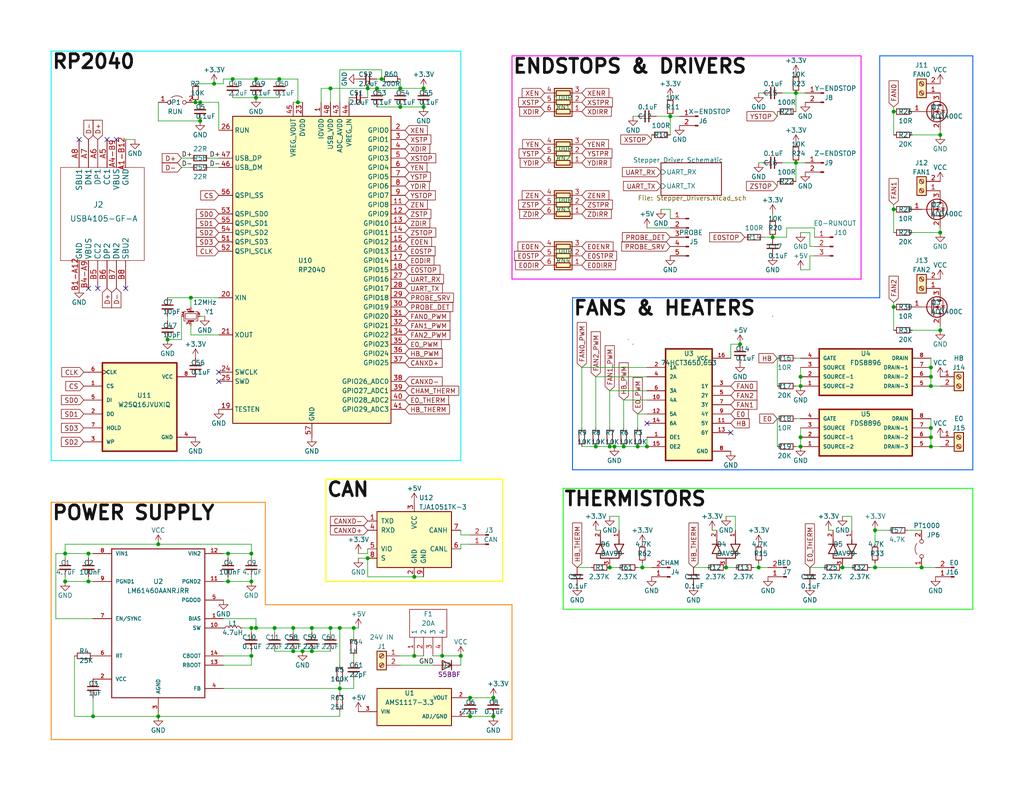
<source format=kicad_sch>
(kicad_sch (version 20211123) (generator eeschema)
  (paper "USLetter")
  (title_block (title "FriedSalmon2040") (rev "V2"))
  (junction (at 162.56 121.92))
  (junction (at 81.28 27.94))
  (junction (at 134.62 195.58))
  (junction (at 254 105.41))
  (junction (at 92.71 187.96))
  (junction (at 43.18 148.59))
  (junction (at 217.17 25.4))
  (junction (at 96.52 171.45))
  (junction (at 238.76 154.94))
  (junction (at 134.62 190.5))
  (junction (at 113.03 179.07))
  (junction (at 166.37 121.92))
  (junction (at 53.34 27.94))
  (junction (at 43.18 195.58))
  (junction (at 217.17 44.45))
  (junction (at 25.4 195.58))
  (junction (at 17.78 158.75))
  (junction (at 128.27 195.58))
  (junction (at 82.55 177.8))
  (junction (at 256.54 36.83))
  (junction (at 173.99 121.92))
  (junction (at 218.44 102.87))
  (junction (at 207.01 154.94))
  (junction (at 109.22 29.21))
  (junction (at 115.57 24.13))
  (junction (at 198.12 154.94))
  (junction (at 80.01 177.8))
  (junction (at 68.58 158.75))
  (junction (at 62.23 151.13))
  (junction (at 210.82 64.77))
  (junction (at 251.46 154.94))
  (junction (at 68.58 151.13))
  (junction (at 243.84 83.82))
  (junction (at 24.13 158.75))
  (junction (at 68.58 171.45))
  (junction (at 69.85 21.59))
  (junction (at 113.03 157.48))
  (junction (at 166.37 154.94))
  (junction (at 254 102.87))
  (junction (at 125.73 179.07))
  (junction (at 256.54 63.5))
  (junction (at 74.93 171.45))
  (junction (at 254 121.92))
  (junction (at 104.14 21.59))
  (junction (at 115.57 29.21))
  (junction (at 229.87 154.94))
  (junction (at 218.44 121.92))
  (junction (at 100.33 152.4))
  (junction (at 120.65 179.07))
  (junction (at 170.18 121.92))
  (junction (at 85.09 177.8))
  (junction (at 238.76 144.78))
  (junction (at 80.01 171.45))
  (junction (at 17.78 151.13))
  (junction (at 92.71 171.45))
  (junction (at 62.23 158.75))
  (junction (at 176.53 121.92))
  (junction (at 52.07 81.28))
  (junction (at 243.84 30.48))
  (junction (at 54.61 27.94))
  (junction (at 102.87 24.13))
  (junction (at 218.44 105.41))
  (junction (at 254 116.84))
  (junction (at 63.5 21.59))
  (junction (at 167.64 121.92))
  (junction (at 109.22 24.13))
  (junction (at 24.13 151.13))
  (junction (at 100.33 24.13))
  (junction (at 76.2 21.59))
  (junction (at 90.17 24.13))
  (junction (at 54.61 33.02))
  (junction (at 69.85 171.45))
  (junction (at 256.54 90.17))
  (junction (at 68.58 179.07))
  (junction (at 90.17 171.45))
  (junction (at 254 119.38))
  (junction (at 45.72 92.71))
  (junction (at 254 100.33))
  (junction (at 58.42 22.86))
  (junction (at 201.93 93.98))
  (junction (at 85.09 171.45))
  (junction (at 128.27 190.5))
  (junction (at 182.88 31.75))
  (junction (at 175.26 154.94))
  (junction (at 218.44 119.38))
  (junction (at 243.84 57.15))
  (junction (at 69.85 26.67))
  (no_connect (at 29.21 38.1))
  (no_connect (at 59.69 101.6))
  (no_connect (at 59.69 104.14))
  (no_connect (at 31.75 38.1))
  (no_connect (at 199.39 118.11))
  (no_connect (at 176.53 115.57))
  (no_connect (at 24.13 78.74))
  (no_connect (at 21.59 38.1))
  (no_connect (at 34.29 78.74))
  (no_connect (at 26.67 78.74))
  (wire (pts (xy 217.17 44.45) (xy 219.71 44.45)))
  (wire (pts (xy 49.53 86.36) (xy 49.53 92.71)))
  (wire (pts (xy 69.85 168.91) (xy 69.85 171.45)))
  (wire (pts (xy 128.27 190.5) (xy 134.62 190.5)))
  (wire (pts (xy 60.96 21.59) (xy 63.5 21.59)))
  (wire (pts (xy 90.17 24.13) (xy 100.33 24.13)))
  (wire (pts (xy 100.33 151.13) (xy 100.33 149.86)))
  (wire (pts (xy 220.98 63.5) (xy 218.44 63.5)))
  (wire (pts (xy 222.25 62.23) (xy 222.25 64.77)))
  (wire (pts (xy 49.53 45.72) (xy 52.07 45.72)))
  (wire (pts (xy 220.98 69.85) (xy 220.98 73.66)))
  (wire (pts (xy 125.73 144.78) (xy 125.73 146.05)))
  (bus (pts (xy 137.16 130.81) (xy 137.16 158.75)) (stroke (width 0) (color 253 255 5 1)))
  (wire (pts (xy 104.14 19.05) (xy 104.14 21.59)))
  (wire (pts (xy 248.92 63.5) (xy 256.54 63.5)))
  (wire (pts (xy 43.18 148.59) (xy 68.58 148.59)))
  (wire (pts (xy 248.92 36.83) (xy 256.54 36.83)))
  (wire (pts (xy 80.01 177.8) (xy 82.55 177.8)))
  (wire (pts (xy 17.78 157.48) (xy 17.78 158.75)))
  (wire (pts (xy 59.69 27.94) (xy 59.69 35.56)))
  (wire (pts (xy 254 105.41) (xy 256.54 105.41)))
  (wire (pts (xy 207.01 25.4) (xy 208.28 25.4)))
  (wire (pts (xy 90.17 171.45) (xy 92.71 171.45)))
  (polyline (pts (xy 13.97 13.97) (xy 125.73 13.97)) (stroke (width 0.25) (type solid) (color 0 242 255 1)))
  (wire (pts (xy 254 116.84) (xy 254 119.38)))
  (wire (pts (xy 62.23 151.13) (xy 60.96 151.13)))
  (wire (pts (xy 212.09 97.79) (xy 212.09 105.41)))
  (wire (pts (xy 68.58 181.61) (xy 68.58 179.07)))
  (wire (pts (xy 100.33 24.13) (xy 102.87 24.13)))
  (wire (pts (xy 254 114.3) (xy 254 116.84)))
  (wire (pts (xy 217.17 97.79) (xy 218.44 97.79)))
  (wire (pts (xy 218.44 116.84) (xy 218.44 119.38)))
  (wire (pts (xy 53.34 22.86) (xy 58.42 22.86)))
  (wire (pts (xy 229.87 140.97) (xy 232.41 140.97)))
  (wire (pts (xy 17.78 152.4) (xy 17.78 151.13)))
  (wire (pts (xy 210.82 59.69) (xy 210.82 58.42)))
  (wire (pts (xy 176.53 119.38) (xy 176.53 121.92)))
  (wire (pts (xy 69.85 171.45) (xy 68.58 171.45)))
  (polyline (pts (xy 210.82 128.27) (xy 210.82 128.27)) (stroke (width 0.25) (type solid) (color 0 94 255 1)))
  (polyline (pts (xy 234.95 15.24) (xy 234.95 76.2)) (stroke (width 0.25) (type solid) (color 255 0 248 1)))
  (wire (pts (xy 62.23 158.75) (xy 60.96 158.75)))
  (polyline (pts (xy 240.03 15.24) (xy 265.43 15.24)) (stroke (width 0.25) (type solid) (color 0 94 255 1)))
  (wire (pts (xy 87.63 27.94) (xy 87.63 24.13)))
  (wire (pts (xy 54.61 27.94) (xy 59.69 27.94)))
  (wire (pts (xy 100.33 157.48) (xy 113.03 157.48)))
  (bus (pts (xy 72.39 137.16) (xy 72.39 165.1)) (stroke (width 0.25) (color 255 136 12 1)))
  (wire (pts (xy 162.56 116.84) (xy 162.56 102.87)))
  (wire (pts (xy 213.36 25.4) (xy 217.17 25.4)))
  (wire (pts (xy 17.78 158.75) (xy 24.13 158.75)))
  (wire (pts (xy 254 100.33) (xy 254 102.87)))
  (wire (pts (xy 243.84 29.21) (xy 243.84 30.48)))
  (wire (pts (xy 45.72 92.71) (xy 49.53 92.71)))
  (wire (pts (xy 58.42 22.86) (xy 60.96 22.86)))
  (wire (pts (xy 172.72 31.75) (xy 173.99 31.75)))
  (polyline (pts (xy 265.43 166.37) (xy 265.43 133.35)) (stroke (width 0.25) (type solid) (color 0 255 0 1)))
  (wire (pts (xy 207.01 44.45) (xy 208.28 44.45)))
  (polyline (pts (xy 210.82 86.36) (xy 210.82 86.36)) (stroke (width 0.25) (type solid) (color 0 94 255 1)))
  (wire (pts (xy 256.54 35.56) (xy 256.54 36.83)))
  (wire (pts (xy 175.26 154.94) (xy 177.8 154.94)))
  (wire (pts (xy 60.96 21.59) (xy 60.96 22.86)))
  (wire (pts (xy 62.23 157.48) (xy 62.23 158.75)))
  (wire (pts (xy 217.17 25.4) (xy 217.17 30.48)))
  (wire (pts (xy 218.44 102.87) (xy 218.44 105.41)))
  (wire (pts (xy 166.37 106.68) (xy 166.37 116.84)))
  (wire (pts (xy 15.24 168.91) (xy 15.24 151.13)))
  (bus (pts (xy 72.39 165.1) (xy 139.7 165.1)) (stroke (width 0.25) (color 255 136 12 1)))
  (wire (pts (xy 170.18 116.84) (xy 170.18 109.22)))
  (wire (pts (xy 173.99 113.03) (xy 176.53 113.03)))
  (polyline (pts (xy 265.43 15.24) (xy 265.43 128.27)) (stroke (width 0.25) (type solid) (color 0 94 255 1)))
  (wire (pts (xy 237.49 154.94) (xy 238.76 154.94)))
  (wire (pts (xy 59.69 91.44) (xy 52.07 91.44)))
  (wire (pts (xy 248.92 90.17) (xy 256.54 90.17)))
  (polyline (pts (xy 13.97 125.73) (xy 13.97 13.97)) (stroke (width 0.25) (type solid) (color 0 242 255 1)))
  (wire (pts (xy 68.58 152.4) (xy 68.58 151.13)))
  (polyline (pts (xy 13.97 201.93) (xy 139.7 201.93)) (stroke (width 0.25) (type solid) (color 255 136 12 1)))
  (wire (pts (xy 254 121.92) (xy 256.54 121.92)))
  (wire (pts (xy 95.25 26.67) (xy 95.25 27.94)))
  (polyline (pts (xy 257.81 101.6) (xy 257.81 101.6)) (stroke (width 0.25) (type solid) (color 0 94 255 1)))
  (wire (pts (xy 102.87 29.21) (xy 109.22 29.21)))
  (wire (pts (xy 199.39 93.98) (xy 201.93 93.98)))
  (wire (pts (xy 218.44 119.38) (xy 218.44 121.92)))
  (wire (pts (xy 118.11 179.07) (xy 120.65 179.07)))
  (wire (pts (xy 25.4 190.5) (xy 25.4 195.58)))
  (wire (pts (xy 87.63 24.13) (xy 90.17 24.13)))
  (wire (pts (xy 60.96 187.96) (xy 92.71 187.96)))
  (wire (pts (xy 25.4 195.58) (xy 43.18 195.58)))
  (wire (pts (xy 158.75 100.33) (xy 158.75 116.84)))
  (wire (pts (xy 182.88 31.75) (xy 182.88 36.83)))
  (wire (pts (xy 60.96 168.91) (xy 69.85 168.91)))
  (wire (pts (xy 182.88 59.69) (xy 182.88 57.15)))
  (wire (pts (xy 53.34 27.94) (xy 54.61 27.94)))
  (wire (pts (xy 208.28 64.77) (xy 210.82 64.77)))
  (wire (pts (xy 43.18 148.59) (xy 17.78 148.59)))
  (wire (pts (xy 162.56 144.78) (xy 163.83 144.78)))
  (wire (pts (xy 238.76 154.94) (xy 251.46 154.94)))
  (wire (pts (xy 74.93 171.45) (xy 80.01 171.45)))
  (wire (pts (xy 166.37 121.92) (xy 167.64 121.92)))
  (wire (pts (xy 68.58 177.8) (xy 68.58 179.07)))
  (wire (pts (xy 194.31 144.78) (xy 195.58 144.78)))
  (wire (pts (xy 218.44 100.33) (xy 218.44 102.87)))
  (wire (pts (xy 199.39 97.79) (xy 199.39 93.98)))
  (wire (pts (xy 68.58 158.75) (xy 62.23 158.75)))
  (wire (pts (xy 76.2 21.59) (xy 81.28 21.59)))
  (wire (pts (xy 256.54 88.9) (xy 256.54 90.17)))
  (polyline (pts (xy 153.67 166.37) (xy 265.43 166.37)) (stroke (width 0.25) (type solid) (color 0 255 0 1)))
  (wire (pts (xy 109.22 21.59) (xy 109.22 24.13)))
  (wire (pts (xy 85.09 171.45) (xy 90.17 171.45)))
  (wire (pts (xy 218.44 121.92) (xy 217.17 121.92)))
  (polyline (pts (xy 139.7 15.24) (xy 234.95 15.24)) (stroke (width 0.25) (type solid) (color 255 0 248 1)))
  (polyline (pts (xy 153.67 133.35) (xy 153.67 166.37)) (stroke (width 0.25) (type solid) (color 0 255 0 1)))
  (wire (pts (xy 68.58 148.59) (xy 68.58 151.13)))
  (wire (pts (xy 256.54 62.23) (xy 256.54 63.5)))
  (wire (pts (xy 220.98 154.94) (xy 224.79 154.94)))
  (polyline (pts (xy 139.7 76.2) (xy 139.7 15.24)) (stroke (width 0.25) (type solid) (color 255 0 248 1)))
  (wire (pts (xy 49.53 43.18) (xy 52.07 43.18)))
  (polyline (pts (xy 265.43 133.35) (xy 153.67 133.35)) (stroke (width 0.25) (type solid) (color 0 255 0 1)))
  (wire (pts (xy 20.32 179.07) (xy 20.32 195.58)))
  (wire (pts (xy 177.8 36.83) (xy 177.8 38.1)))
  (wire (pts (xy 207.01 154.94) (xy 209.55 154.94)))
  (wire (pts (xy 80.01 177.8) (xy 74.93 177.8)))
  (wire (pts (xy 254 97.79) (xy 254 100.33)))
  (wire (pts (xy 198.12 154.94) (xy 200.66 154.94)))
  (wire (pts (xy 104.14 19.05) (xy 92.71 19.05)))
  (wire (pts (xy 59.69 81.28) (xy 52.07 81.28)))
  (wire (pts (xy 180.34 57.15) (xy 182.88 57.15)))
  (wire (pts (xy 81.28 27.94) (xy 82.55 27.94)))
  (wire (pts (xy 96.52 171.45) (xy 97.79 171.45)))
  (wire (pts (xy 243.84 82.55) (xy 243.84 83.82)))
  (wire (pts (xy 214.63 62.23) (xy 214.63 64.77)))
  (wire (pts (xy 69.85 21.59) (xy 76.2 21.59)))
  (wire (pts (xy 238.76 153.67) (xy 238.76 154.94)))
  (wire (pts (xy 217.17 105.41) (xy 218.44 105.41)))
  (wire (pts (xy 17.78 148.59) (xy 17.78 151.13)))
  (wire (pts (xy 125.73 149.86) (xy 125.73 148.59)))
  (wire (pts (xy 57.15 43.18) (xy 59.69 43.18)))
  (wire (pts (xy 69.85 26.67) (xy 76.2 26.67)))
  (wire (pts (xy 24.13 151.13) (xy 24.13 152.4)))
  (wire (pts (xy 80.01 171.45) (xy 85.09 171.45)))
  (wire (pts (xy 179.07 31.75) (xy 182.88 31.75)))
  (wire (pts (xy 243.84 83.82) (xy 243.84 90.17)))
  (wire (pts (xy 210.82 64.77) (xy 214.63 64.77)))
  (wire (pts (xy 92.71 187.96) (xy 96.52 187.96)))
  (wire (pts (xy 200.66 140.97) (xy 200.66 144.78)))
  (wire (pts (xy 125.73 146.05) (xy 128.27 146.05)))
  (wire (pts (xy 96.52 173.99) (xy 96.52 171.45)))
  (polyline (pts (xy 172.72 93.98) (xy 172.72 93.98)) (stroke (width 0.25) (type solid) (color 0 94 255 1)))
  (wire (pts (xy 166.37 154.94) (xy 168.91 154.94)))
  (wire (pts (xy 15.24 151.13) (xy 17.78 151.13)))
  (wire (pts (xy 25.4 151.13) (xy 24.13 151.13)))
  (wire (pts (xy 100.33 152.4) (xy 100.33 157.48)))
  (wire (pts (xy 173.99 121.92) (xy 176.53 121.92)))
  (wire (pts (xy 166.37 140.97) (xy 168.91 140.97)))
  (wire (pts (xy 102.87 21.59) (xy 104.14 21.59)))
  (wire (pts (xy 217.17 114.3) (xy 218.44 114.3)))
  (wire (pts (xy 45.72 81.28) (xy 52.07 81.28)))
  (wire (pts (xy 57.15 45.72) (xy 59.69 45.72)))
  (wire (pts (xy 125.73 179.07) (xy 125.73 181.61)))
  (wire (pts (xy 80.01 171.45) (xy 80.01 172.72)))
  (wire (pts (xy 189.23 154.94) (xy 193.04 154.94)))
  (wire (pts (xy 162.56 102.87) (xy 176.53 102.87)))
  (wire (pts (xy 158.75 121.92) (xy 162.56 121.92)))
  (wire (pts (xy 24.13 157.48) (xy 24.13 158.75)))
  (wire (pts (xy 54.61 86.36) (xy 55.88 86.36)))
  (wire (pts (xy 66.04 171.45) (xy 68.58 171.45)))
  (wire (pts (xy 247.65 144.78) (xy 251.46 144.78)))
  (wire (pts (xy 74.93 172.72) (xy 74.93 171.45)))
  (polyline (pts (xy 156.21 81.28) (xy 156.21 128.27)) (stroke (width 0.25) (type solid) (color 0 94 255 1)))
  (wire (pts (xy 173.99 154.94) (xy 175.26 154.94)))
  (polyline (pts (xy 156.21 81.28) (xy 240.03 81.28)) (stroke (width 0.25) (type solid) (color 0 94 255 1)))
  (bus (pts (xy 13.97 137.16) (xy 72.39 137.16)) (stroke (width 0.25) (color 255 136 12 1)))
  (wire (pts (xy 243.84 30.48) (xy 243.84 36.83)))
  (wire (pts (xy 254 119.38) (xy 254 121.92)))
  (wire (pts (xy 52.07 83.82) (xy 52.07 81.28)))
  (wire (pts (xy 63.5 26.67) (xy 69.85 26.67)))
  (wire (pts (xy 243.84 57.15) (xy 243.84 63.5)))
  (wire (pts (xy 109.22 29.21) (xy 115.57 29.21)))
  (wire (pts (xy 52.07 88.9) (xy 52.07 91.44)))
  (wire (pts (xy 43.18 27.94) (xy 43.18 33.02)))
  (wire (pts (xy 120.65 179.07) (xy 125.73 179.07)))
  (wire (pts (xy 69.85 171.45) (xy 74.93 171.45)))
  (wire (pts (xy 212.09 114.3) (xy 212.09 121.92)))
  (wire (pts (xy 68.58 171.45) (xy 68.58 172.72)))
  (wire (pts (xy 82.55 177.8) (xy 85.09 177.8)))
  (wire (pts (xy 36.83 38.1) (xy 34.29 38.1)))
  (bus (pts (xy 88.9 130.81) (xy 137.16 130.81)) (stroke (width 0) (color 253 255 5 1)))
  (wire (pts (xy 232.41 140.97) (xy 232.41 144.78)))
  (wire (pts (xy 85.09 177.8) (xy 90.17 177.8)))
  (wire (pts (xy 170.18 121.92) (xy 173.99 121.92)))
  (wire (pts (xy 60.96 179.07) (xy 68.58 179.07)))
  (wire (pts (xy 92.71 171.45) (xy 92.71 181.61)))
  (wire (pts (xy 198.12 140.97) (xy 200.66 140.97)))
  (wire (pts (xy 92.71 187.96) (xy 92.71 189.23)))
  (wire (pts (xy 20.32 195.58) (xy 25.4 195.58)))
  (wire (pts (xy 176.53 106.68) (xy 166.37 106.68)))
  (polyline (pts (xy 201.93 92.71) (xy 201.93 92.71)) (stroke (width 0.25) (type solid) (color 255 0 248 1)))
  (wire (pts (xy 109.22 181.61) (xy 118.11 181.61)))
  (wire (pts (xy 43.18 195.58) (xy 92.71 195.58)))
  (wire (pts (xy 63.5 21.59) (xy 69.85 21.59)))
  (wire (pts (xy 68.58 157.48) (xy 68.58 158.75)))
  (wire (pts (xy 212.09 30.48) (xy 212.09 31.75)))
  (wire (pts (xy 238.76 144.78) (xy 238.76 148.59)))
  (wire (pts (xy 217.17 25.4) (xy 219.71 25.4)))
  (wire (pts (xy 45.72 86.36) (xy 45.72 87.63)))
  (wire (pts (xy 125.73 148.59) (xy 128.27 148.59)))
  (wire (pts (xy 92.71 195.58) (xy 92.71 194.31)))
  (wire (pts (xy 92.71 186.69) (xy 92.71 187.96)))
  (wire (pts (xy 25.4 168.91) (xy 15.24 168.91)))
  (wire (pts (xy 43.18 33.02) (xy 54.61 33.02)))
  (wire (pts (xy 60.96 181.61) (xy 68.58 181.61)))
  (wire (pts (xy 25.4 158.75) (xy 24.13 158.75)))
  (polyline (pts (xy 240.03 81.28) (xy 240.03 15.24)) (stroke (width 0.25) (type solid) (color 0 94 255 1)))
  (wire (pts (xy 113.03 157.48) (xy 115.57 157.48)))
  (wire (pts (xy 97.79 151.13) (xy 100.33 151.13)))
  (polyline (pts (xy 139.7 76.2) (xy 234.95 76.2)) (stroke (width 0.25) (type solid) (color 255 0 248 1)))
  (wire (pts (xy 96.52 179.07) (xy 96.52 180.34)))
  (polyline (pts (xy 210.82 128.27) (xy 156.21 128.27)) (stroke (width 0.25) (type solid) (color 0 94 255 1)))
  (wire (pts (xy 176.53 62.23) (xy 182.88 62.23)))
  (wire (pts (xy 176.53 100.33) (xy 158.75 100.33)))
  (wire (pts (xy 109.22 179.07) (xy 113.03 179.07)))
  (wire (pts (xy 226.06 144.78) (xy 227.33 144.78)))
  (wire (pts (xy 175.26 153.67) (xy 175.26 154.94)))
  (wire (pts (xy 102.87 24.13) (xy 109.22 24.13)))
  (wire (pts (xy 80.01 27.94) (xy 81.28 27.94)))
  (polyline (pts (xy 171.45 92.71) (xy 171.45 92.71)) (stroke (width 0.25) (type solid) (color 255 0 248 1)))
  (wire (pts (xy 96.52 185.42) (xy 96.52 187.96)))
  (wire (pts (xy 90.17 171.45) (xy 90.17 172.72)))
  (wire (pts (xy 92.71 19.05) (xy 92.71 27.94)))
  (wire (pts (xy 109.22 24.13) (xy 115.57 24.13)))
  (wire (pts (xy 81.28 21.59) (xy 81.28 27.94)))
  (wire (pts (xy 97.79 152.4) (xy 100.33 152.4)))
  (wire (pts (xy 220.98 67.31) (xy 220.98 63.5)))
  (wire (pts (xy 162.56 121.92) (xy 166.37 121.92)))
  (wire (pts (xy 100.33 24.13) (xy 100.33 26.67)))
  (bus (pts (xy 88.9 158.75) (xy 88.9 130.81)) (stroke (width 0) (color 253 255 5 1)))
  (wire (pts (xy 167.64 121.92) (xy 170.18 121.92)))
  (wire (pts (xy 222.25 69.85) (xy 220.98 69.85)))
  (wire (pts (xy 207.01 153.67) (xy 207.01 154.94)))
  (bus (pts (xy 139.7 165.1) (xy 139.7 201.93)) (stroke (width 0.25) (color 255 136 12 1)))
  (wire (pts (xy 90.17 24.13) (xy 90.17 27.94)))
  (wire (pts (xy 173.99 116.84) (xy 173.99 113.03)))
  (bus (pts (xy 88.9 158.75) (xy 137.16 158.75)) (stroke (width 0) (color 253 255 5 1)))
  (wire (pts (xy 68.58 151.13) (xy 62.23 151.13)))
  (wire (pts (xy 222.25 62.23) (xy 214.63 62.23)))
  (wire (pts (xy 218.44 73.66) (xy 220.98 73.66)))
  (polyline (pts (xy 265.43 128.27) (xy 210.82 128.27)) (stroke (width 0.25) (type solid) (color 0 94 255 1)))
  (wire (pts (xy 238.76 144.78) (xy 242.57 144.78)))
  (wire (pts (xy 62.23 151.13) (xy 62.23 152.4)))
  (polyline (pts (xy 13.97 137.16) (xy 13.97 201.93)) (stroke (width 0.25) (type solid) (color 255 136 12 1)))
  (polyline (pts (xy 125.73 13.97) (xy 125.73 125.73)) (stroke (width 0.25) (type solid) (color 0 242 255 1)))
  (wire (pts (xy 17.78 151.13) (xy 24.13 151.13)))
  (wire (pts (xy 212.09 49.53) (xy 212.09 50.8)))
  (wire (pts (xy 113.03 179.07) (xy 115.57 179.07)))
  (wire (pts (xy 254 102.87) (xy 254 105.41)))
  (wire (pts (xy 243.84 55.88) (xy 243.84 57.15)))
  (wire (pts (xy 85.09 171.45) (xy 85.09 172.72)))
  (wire (pts (xy 128.27 195.58) (xy 134.62 195.58)))
  (polyline (pts (xy 13.97 125.73) (xy 125.73 125.73)) (stroke (width 0.25) (type solid) (color 0 242 255 1)))
  (wire (pts (xy 170.18 109.22) (xy 176.53 109.22)))
  (wire (pts (xy 92.71 171.45) (xy 96.52 171.45)))
  (wire (pts (xy 217.17 44.45) (xy 217.17 49.53)))
  (wire (pts (xy 229.87 154.94) (xy 232.41 154.94)))
  (wire (pts (xy 168.91 140.97) (xy 168.91 144.78)))
  (wire (pts (xy 157.48 154.94) (xy 161.29 154.94)))
  (wire (pts (xy 213.36 44.45) (xy 217.17 44.45)))
  (wire (pts (xy 222.25 67.31) (xy 220.98 67.31)))
  (wire (pts (xy 251.46 154.94) (xy 255.27 154.94)))
  (wire (pts (xy 205.74 154.94) (xy 207.01 154.94)))
  (wire (pts (xy 182.88 31.75) (xy 185.42 31.75)))
  (label "POWER SUPPLY" (at 13.97 143.51 0) (effects (font (size 3.81 3.81) (thickness 0.762) bold)))
  (label "RP2040" (at 13.97 20.32 0) (effects (font (size 3.81 3.81) (thickness 0.762) bold)))
  (label "ENDSTOPS & DRIVERS" (at 139.7 21.59 0) (effects (font (size 3.81 3.81) (thickness 0.762) bold)))
  (label "FANS & HEATERS" (at 156.21 87.63 0) (effects (font (size 3.81 3.81) (thickness 0.762) bold)))
  (label "D-" (at 49.53 45.72 0))
  (label "CAN" (at 88.9 137.16 0) (effects (font (size 3.81 3.81) (thickness 0.762) bold)))
  (label "THERMISTORS" (at 153.67 139.7 0) (effects (font (size 3.81 3.81) (thickness 0.762) bold)))
  (label "D-" (at 57.15 45.72 0))
  (label "GND" (at 114.3 181.61 0))
  (label "D+" (at 49.53 43.18 0))
  (label "D+" (at 57.15 43.18 0))
  (global_label "E0_THERM" (shape input) (at 110.49 109.22 0) (property "Intersheet References" "${INTERSHEET_REFS}" (effects hide)))
  (global_label "HB_THERM" (shape input) (at 189.23 154.94 90) (property "Intersheet References" "${INTERSHEET_REFS}" (effects hide)))
  (global_label "XEN" (shape input) (at 110.49 35.56 0) (property "Intersheet References" "${INTERSHEET_REFS}" (effects hide)))
  (global_label "E0_PWM" (shape input) (at 173.99 113.03 90) (property "Intersheet References" "${INTERSHEET_REFS}" (effects hide)))
  (global_label "YENR" (shape input) (at 158.75 39.37 0) (property "Intersheet References" "${INTERSHEET_REFS}" (effects hide)))
  (global_label "ZEN" (shape input) (at 110.49 55.88 0) (property "Intersheet References" "${INTERSHEET_REFS}" (effects hide)))
  (global_label "UART_TX" (shape input) (at 180.34 50.8 180) (property "Intersheet References" "${INTERSHEET_REFS}" (effects hide)))
  (global_label "E0EN" (shape input) (at 110.49 66.04 0) (property "Intersheet References" "${INTERSHEET_REFS}" (effects hide)))
  (global_label "PROBE_SRV" (shape input) (at 182.88 67.31 180) (property "Intersheet References" "${INTERSHEET_REFS}" (effects hide)))
  (global_label "E0STOP" (shape input) (at 110.49 73.66 0) (property "Intersheet References" "${INTERSHEET_REFS}" (effects hide)))
  (global_label "ZSTP" (shape input) (at 148.59 55.88 180) (property "Intersheet References" "${INTERSHEET_REFS}" (effects hide)))
  (global_label "XDIR" (shape input) (at 148.59 30.48 180) (property "Intersheet References" "${INTERSHEET_REFS}" (effects hide)))
  (global_label "FAN2" (shape input) (at 199.39 107.95 0) (property "Intersheet References" "${INTERSHEET_REFS}" (effects hide)))
  (global_label "D+" (shape input) (at 29.21 78.74 270) (property "Intersheet References" "${INTERSHEET_REFS}" (effects hide)))
  (global_label "E0STP" (shape input) (at 110.49 68.58 0) (property "Intersheet References" "${INTERSHEET_REFS}" (effects hide)))
  (global_label "SD0" (shape input) (at 22.86 109.22 180) (property "Intersheet References" "${INTERSHEET_REFS}" (effects hide)))
  (global_label "ZDIRR" (shape input) (at 158.75 58.42 0) (property "Intersheet References" "${INTERSHEET_REFS}" (effects hide)))
  (global_label "E0ENR" (shape input) (at 158.75 67.31 0) (property "Intersheet References" "${INTERSHEET_REFS}" (effects hide)))
  (global_label "XSTPR" (shape input) (at 158.75 27.94 0) (property "Intersheet References" "${INTERSHEET_REFS}" (effects hide)))
  (global_label "E0EN" (shape input) (at 148.59 67.31 180) (property "Intersheet References" "${INTERSHEET_REFS}" (effects hide)))
  (global_label "SD2" (shape input) (at 22.86 120.65 180) (property "Intersheet References" "${INTERSHEET_REFS}" (effects hide)))
  (global_label "XSTP" (shape input) (at 110.49 38.1 0) (property "Intersheet References" "${INTERSHEET_REFS}" (effects hide)))
  (global_label "HB_PWM" (shape input) (at 110.49 96.52 0) (property "Intersheet References" "${INTERSHEET_REFS}" (effects hide)))
  (global_label "E0_THERM" (shape input) (at 220.98 154.94 90) (property "Intersheet References" "${INTERSHEET_REFS}" (effects hide)))
  (global_label "ZSTOP" (shape input) (at 110.49 63.5 0) (property "Intersheet References" "${INTERSHEET_REFS}" (effects hide)))
  (global_label "HB_THERM" (shape input) (at 157.48 154.94 90) (property "Intersheet References" "${INTERSHEET_REFS}" (effects hide)))
  (global_label "E0" (shape input) (at 212.09 114.3 180) (property "Intersheet References" "${INTERSHEET_REFS}" (effects hide)))
  (global_label "E0DIR" (shape input) (at 110.49 71.12 0) (property "Intersheet References" "${INTERSHEET_REFS}" (effects hide)))
  (global_label "ZEN" (shape input) (at 148.59 53.34 180) (property "Intersheet References" "${INTERSHEET_REFS}" (effects hide)))
  (global_label "ZSTPR" (shape input) (at 158.75 55.88 0) (property "Intersheet References" "${INTERSHEET_REFS}" (effects hide)))
  (global_label "SD0" (shape input) (at 59.69 58.42 180) (property "Intersheet References" "${INTERSHEET_REFS}" (effects hide)))
  (global_label "XSTP" (shape input) (at 148.59 27.94 180) (property "Intersheet References" "${INTERSHEET_REFS}" (effects hide)))
  (global_label "HB" (shape input) (at 212.09 97.79 180) (property "Intersheet References" "${INTERSHEET_REFS}" (effects hide)))
  (global_label "CLK" (shape input) (at 22.86 101.6 180) (property "Intersheet References" "${INTERSHEET_REFS}" (effects hide)))
  (global_label "YDIR" (shape input) (at 110.49 50.8 0) (property "Intersheet References" "${INTERSHEET_REFS}" (effects hide)))
  (global_label "E0_PWM" (shape input) (at 110.49 93.98 0) (property "Intersheet References" "${INTERSHEET_REFS}" (effects hide)))
  (global_label "YSTPR" (shape input) (at 158.75 41.91 0) (property "Intersheet References" "${INTERSHEET_REFS}" (effects hide)))
  (global_label "E0DIRR" (shape input) (at 158.75 72.39 0) (property "Intersheet References" "${INTERSHEET_REFS}" (effects hide)))
  (global_label "UART_TX" (shape input) (at 110.49 78.74 0) (property "Intersheet References" "${INTERSHEET_REFS}" (effects hide)))
  (global_label "XSTOP" (shape input) (at 110.49 43.18 0) (property "Intersheet References" "${INTERSHEET_REFS}" (effects hide)))
  (global_label "CS" (shape input) (at 59.69 53.34 180) (property "Intersheet References" "${INTERSHEET_REFS}" (effects hide)))
  (global_label "PROBE_DET" (shape input) (at 182.88 64.77 180) (property "Intersheet References" "${INTERSHEET_REFS}" (effects hide)))
  (global_label "FAN0" (shape input) (at 243.84 29.21 90) (property "Intersheet References" "${INTERSHEET_REFS}" (effects hide)))
  (global_label "YSTP" (shape input) (at 110.49 48.26 0) (property "Intersheet References" "${INTERSHEET_REFS}" (effects hide)))
  (global_label "YEN" (shape input) (at 148.59 39.37 180) (property "Intersheet References" "${INTERSHEET_REFS}" (effects hide)))
  (global_label "YSTOP" (shape input) (at 110.49 53.34 0) (property "Intersheet References" "${INTERSHEET_REFS}" (effects hide)))
  (global_label "YDIRR" (shape input) (at 158.75 44.45 0) (property "Intersheet References" "${INTERSHEET_REFS}" (effects hide)))
  (global_label "E0STOP" (shape input) (at 203.2 64.77 180) (property "Intersheet References" "${INTERSHEET_REFS}" (effects hide)))
  (global_label "FAN2_PWM" (shape input) (at 110.49 91.44 0) (property "Intersheet References" "${INTERSHEET_REFS}" (effects hide)))
  (global_label "HB" (shape input) (at 199.39 115.57 0) (property "Intersheet References" "${INTERSHEET_REFS}" (effects hide)))
  (global_label "FAN0" (shape input) (at 199.39 105.41 0) (property "Intersheet References" "${INTERSHEET_REFS}" (effects hide)))
  (global_label "D-" (shape input) (at 49.53 45.72 180) (property "Intersheet References" "${INTERSHEET_REFS}" (effects hide)))
  (global_label "FAN2_PWM" (shape input) (at 162.56 102.87 90) (property "Intersheet References" "${INTERSHEET_REFS}" (effects hide)))
  (global_label "YSTP" (shape input) (at 148.59 41.91 180) (property "Intersheet References" "${INTERSHEET_REFS}" (effects hide)))
  (global_label "D+" (shape input) (at 26.67 38.1 90) (property "Intersheet References" "${INTERSHEET_REFS}" (effects hide)))
  (global_label "CHAM_THERM" (shape input) (at 110.49 106.68 0) (property "Intersheet References" "${INTERSHEET_REFS}" (effects hide)))
  (global_label "E0" (shape input) (at 199.39 113.03 0) (property "Intersheet References" "${INTERSHEET_REFS}" (effects hide)))
  (global_label "HB_PWM" (shape input) (at 170.18 109.22 90) (property "Intersheet References" "${INTERSHEET_REFS}" (effects hide)))
  (global_label "SD3" (shape input) (at 59.69 66.04 180) (property "Intersheet References" "${INTERSHEET_REFS}" (effects hide)))
  (global_label "CANXD+" (shape input) (at 110.49 99.06 0) (property "Intersheet References" "${INTERSHEET_REFS}" (effects hide)))
  (global_label "D+" (shape input) (at 49.53 43.18 180) (property "Intersheet References" "${INTERSHEET_REFS}" (effects hide)))
  (global_label "CANXD-" (shape input) (at 110.49 104.14 0) (property "Intersheet References" "${INTERSHEET_REFS}" (effects hide)))
  (global_label "ZDIR" (shape input) (at 148.59 58.42 180) (property "Intersheet References" "${INTERSHEET_REFS}" (effects hide)))
  (global_label "CS" (shape input) (at 22.86 105.41 180) (property "Intersheet References" "${INTERSHEET_REFS}" (effects hide)))
  (global_label "FAN0_PWM" (shape input) (at 110.49 86.36 0) (property "Intersheet References" "${INTERSHEET_REFS}" (effects hide)))
  (global_label "E0STP" (shape input) (at 148.59 69.85 180) (property "Intersheet References" "${INTERSHEET_REFS}" (effects hide)))
  (global_label "ZSTP" (shape input) (at 110.49 58.42 0) (property "Intersheet References" "${INTERSHEET_REFS}" (effects hide)))
  (global_label "FAN1_PWM" (shape input) (at 110.49 88.9 0) (property "Intersheet References" "${INTERSHEET_REFS}" (effects hide)))
  (global_label "D-" (shape input) (at 24.13 38.1 90) (property "Intersheet References" "${INTERSHEET_REFS}" (effects hide)))
  (global_label "XSTOP" (shape input) (at 177.8 38.1 180) (property "Intersheet References" "${INTERSHEET_REFS}" (effects hide)))
  (global_label "FAN1" (shape input) (at 199.39 110.49 0) (property "Intersheet References" "${INTERSHEET_REFS}" (effects hide)))
  (global_label "XEN" (shape input) (at 148.59 25.4 180) (property "Intersheet References" "${INTERSHEET_REFS}" (effects hide)))
  (global_label "ZSTOP" (shape input) (at 212.09 50.8 180) (property "Intersheet References" "${INTERSHEET_REFS}" (effects hide)))
  (global_label "FAN1_PWM" (shape input) (at 166.37 106.68 90) (property "Intersheet References" "${INTERSHEET_REFS}" (effects hide)))
  (global_label "PROBE_SRV" (shape input) (at 110.49 81.28 0) (property "Intersheet References" "${INTERSHEET_REFS}" (effects hide)))
  (global_label "CLK" (shape input) (at 59.69 68.58 180) (property "Intersheet References" "${INTERSHEET_REFS}" (effects hide)))
  (global_label "UART_RX" (shape input) (at 110.49 76.2 0) (property "Intersheet References" "${INTERSHEET_REFS}" (effects hide)))
  (global_label "XDIRR" (shape input) (at 158.75 30.48 0) (property "Intersheet References" "${INTERSHEET_REFS}" (effects hide)))
  (global_label "E0STPR" (shape input) (at 158.75 69.85 0) (property "Intersheet References" "${INTERSHEET_REFS}" (effects hide)))
  (global_label "ZDIR" (shape input) (at 110.49 60.96 0) (property "Intersheet References" "${INTERSHEET_REFS}" (effects hide)))
  (global_label "YSTOP" (shape input) (at 212.09 31.75 180) (property "Intersheet References" "${INTERSHEET_REFS}" (effects hide)))
  (global_label "SD1" (shape input) (at 22.86 113.03 180) (property "Intersheet References" "${INTERSHEET_REFS}" (effects hide)))
  (global_label "E0DIR" (shape input) (at 148.59 72.39 180) (property "Intersheet References" "${INTERSHEET_REFS}" (effects hide)))
  (global_label "FAN1" (shape input) (at 243.84 55.88 90) (property "Intersheet References" "${INTERSHEET_REFS}" (effects hide)))
  (global_label "CANXD+" (shape input) (at 100.33 144.78 180) (property "Intersheet References" "${INTERSHEET_REFS}" (effects hide)))
  (global_label "XDIR" (shape input) (at 110.49 40.64 0) (property "Intersheet References" "${INTERSHEET_REFS}" (effects hide)))
  (global_label "YEN" (shape input) (at 110.49 45.72 0) (property "Intersheet References" "${INTERSHEET_REFS}" (effects hide)))
  (global_label "SD1" (shape input) (at 59.69 60.96 180) (property "Intersheet References" "${INTERSHEET_REFS}" (effects hide)))
  (global_label "FAN2" (shape input) (at 243.84 82.55 90) (property "Intersheet References" "${INTERSHEET_REFS}" (effects hide)))
  (global_label "SD3" (shape input) (at 22.86 116.84 180) (property "Intersheet References" "${INTERSHEET_REFS}" (effects hide)))
  (global_label "UART_RX" (shape input) (at 180.34 46.99 180) (property "Intersheet References" "${INTERSHEET_REFS}" (effects hide)))
  (global_label "HB_THERM" (shape input) (at 110.49 111.76 0) (property "Intersheet References" "${INTERSHEET_REFS}" (effects hide)))
  (global_label "YDIR" (shape input) (at 148.59 44.45 180) (property "Intersheet References" "${INTERSHEET_REFS}" (effects hide)))
  (global_label "FAN0_PWM" (shape input) (at 158.75 100.33 90) (property "Intersheet References" "${INTERSHEET_REFS}" (effects hide)))
  (global_label "XENR" (shape input) (at 158.75 25.4 0) (property "Intersheet References" "${INTERSHEET_REFS}" (effects hide)))
  (global_label "ZENR" (shape input) (at 158.75 53.34 0) (property "Intersheet References" "${INTERSHEET_REFS}" (effects hide)))
  (global_label "SD2" (shape input) (at 59.69 63.5 180) (property "Intersheet References" "${INTERSHEET_REFS}" (effects hide)))
  (global_label "CANXD-" (shape input) (at 100.33 142.24 180) (property "Intersheet References" "${INTERSHEET_REFS}" (effects hide)))
  (global_label "D-" (shape input) (at 31.75 78.74 270) (property "Intersheet References" "${INTERSHEET_REFS}" (effects hide)))
  (global_label "PROBE_DET" (shape input) (at 110.49 83.82 0) (property "Intersheet References" "${INTERSHEET_REFS}" (effects hide)))
  (symbol (lib_id "Device:C_Small") (at 80.01 175.26 0) (unit 1)
    (property "Reference" "C58" (at 77.47 173.99 0) (effects (justify left)))
    (property "Value" "22uF" (at 77.47 176.53 0) (effects (justify left)))
    (property "Footprint" "Capacitor_SMD:C_0603_1608Metric" (effects hide))
    (property "Datasheet" "https://datasheet.lcsc.com/lcsc/2004251506_Murata-Electronics-GRM21BR61H106KE43L_C440198.pdf" (effects hide))
    (property "MANUFACTURER" "Murata" (effects hide))
  )
  (symbol (lib_id "Device:R_Small") (at 207.01 151.13 180) (unit 1)
    (property "Reference" "R15" (at 209.55 151.13 0) (effects (justify left)))
    (property "Value" "4.7K" (at 209.55 148.59 0) (effects (justify left)))
    (property "Footprint" "Resistor_SMD:R_0603_1608Metric" (effects hide))
    (property "Datasheet" "https://datasheet.lcsc.com/lcsc/2004071032_PANASONIC-ERA6AEB472V_C473295.pdf" (effects hide))
    (property "MANUFACTURER" "Panasonic" (effects hide))
  )
  (symbol (lib_id "Device:R_Small") (at 227.33 154.94 90) (unit 1)
    (property "Reference" "R25" (at 228.6 154.94 90) (effects (justify left)))
    (property "Value" "2.37K" (at 229.87 157.48 90) (effects (justify left)))
    (property "Footprint" "Resistor_SMD:R_0603_1608Metric" (effects hide))
    (property "Datasheet" "https://datasheet.lcsc.com/lcsc/2007221232_YAGEO-RC0805FR-072K37L_C483041.pdf" (effects hide))
    (property "MANUFACTURER" "YAGEO" (effects hide))
  )
  (symbol (lib_id "power:GND") (at 167.64 121.92 0) (unit 1)
    (property "Reference" "#PWR023" (effects hide))
    (property "Value" "GND" (at 167.64 125.73 0))
  )
  (symbol (lib_id "Device:R_Small") (at 180.34 36.83 270) (unit 1)
    (property "Reference" "R10" (at 180.34 36.83 90))
    (property "Value" "100R" (at 180.34 34.29 90))
    (property "Footprint" "Resistor_SMD:R_0603_1608Metric" (effects hide))
    (property "Datasheet" "https://datasheet.lcsc.com/lcsc/1810311438_YAGEO-RT0805BRD07100RL_C110773.pdf" (effects hide))
    (property "MANUFACTURER" "YAGEO" (effects hide))
  )
  (symbol (lib_id "Device:R_Small") (at 214.63 49.53 270) (unit 1)
    (property "Reference" "R22" (at 214.63 49.53 90))
    (property "Value" "100R" (at 214.63 46.99 90))
    (property "Footprint" "Resistor_SMD:R_0603_1608Metric" (effects hide))
    (property "Datasheet" "https://datasheet.lcsc.com/lcsc/1810311438_YAGEO-RT0805BRD07100RL_C110773.pdf" (effects hide))
    (property "MANUFACTURER" "YAGEO" (effects hide))
  )
  (symbol (lib_id "power:GND") (at 53.34 119.38 0) (unit 1)
    (property "Reference" "#PWR0112" (effects hide))
    (property "Value" "GND" (at 53.34 123.19 0))
  )
  (symbol (lib_id "Device:Crystal_GND24_Small") (at 52.07 86.36 270) (unit 1)
    (property "Reference" "Y1" (at 57.15 85.09 90))
    (property "Value" "12MHz" (at 55.88 82.55 90))
    (property "Footprint" "Oscillator:Oscillator_SMD_SeikoEpson_SG8002CE-4Pin_3.2x2.5mm" (effects hide))
    (property "Datasheet" "https://datasheet.lcsc.com/lcsc/2202231530_HD-7B012000M01_C654949.pdf" (effects hide))
    (property "MANUFACTURER" "HD" (effects hide))
  )
  (symbol (lib_id "Device:R_Small") (at 214.63 30.48 270) (unit 1)
    (property "Reference" "R21" (at 214.63 30.48 90))
    (property "Value" "100R" (at 214.63 27.94 90))
    (property "Footprint" "Resistor_SMD:R_0603_1608Metric" (effects hide))
    (property "Datasheet" "https://datasheet.lcsc.com/lcsc/1810311438_YAGEO-RT0805BRD07100RL_C110773.pdf" (effects hide))
    (property "MANUFACTURER" "YAGEO" (effects hide))
  )
  (symbol (lib_id "Device:R_Small") (at 175.26 151.13 180) (unit 1)
    (property "Reference" "R62" (at 177.8 151.13 0) (effects (justify left)))
    (property "Value" "4.7K" (at 177.8 148.59 0) (effects (justify left)))
    (property "Footprint" "Resistor_SMD:R_0603_1608Metric" (effects hide))
    (property "Datasheet" "https://datasheet.lcsc.com/lcsc/2004071032_PANASONIC-ERA6AEB472V_C473295.pdf" (effects hide))
    (property "MANUFACTURER" "Panasonic" (effects hide))
  )
  (symbol (lib_id "Connector:Screw_Terminal_01x02") (at 261.62 102.87 0) (unit 1)
    (property "Reference" "J14" (at 261.62 100.33 0))
    (property "Value" "HB" (at 261.62 97.79 0))
    (property "Footprint" "TerminalBlock_Phoenix:TerminalBlock_Phoenix_MKDS-1,5-2_1x02_P5.00mm_Horizontal" (effects hide))
    (property "Datasheet" "https://datasheet.lcsc.com/lcsc/1912111437_DIBO-DB129V-5-0-2P-BK-S_C430592.pdf" (effects hide))
    (property "MANUFACTURER" "DIBO" (effects hide))
  )
  (symbol (lib_id "Device:R_Small") (at 162.56 119.38 0) (mirror x) (unit 1)
    (property "Reference" "R8" (at 161.29 118.11 0) (effects (justify left)))
    (property "Value" "10K" (at 161.29 120.65 0) (effects (justify left)))
    (property "Footprint" "Resistor_SMD:R_0603_1608Metric" (effects hide))
    (property "Datasheet" "https://datasheet.lcsc.com/lcsc/2201041830_YAGEO-RT0805CRD0710KL_C868300.pdf" (effects hide))
    (property "MANUFACTURER" "YAGEO" (effects hide))
  )
  (symbol (lib_id "BAV99:BAV99") (at 166.37 149.86 270) (unit 1)
    (property "Reference" "D6" (at 163.83 148.5899 90) (effects (justify left)))
    (property "Value" "BAV99" (at 163.83 151.13 90) (effects (justify left)))
    (property "Footprint" "BAV99:DIO_BAV99" (effects hide))
    (property "Datasheet" "https://www.smc-diodes.com/propdf/BAV99%20N0595%20REV.B.pdf" (effects hide))
    (property "MANUFACTURER" "SMC Diode Solutions" (effects hide))
  )
  (symbol (lib_id "power:GND") (at 229.87 140.97 0) (unit 1)
    (property "Reference" "#PWR049" (effects hide))
    (property "Value" "GND" (at 229.87 144.78 0))
  )
  (symbol (lib_id "Device:R_Small") (at 214.63 114.3 270) (unit 1)
    (property "Reference" "R18" (at 212.09 114.3 90) (effects (justify left)))
    (property "Value" "10R" (at 212.09 116.84 90) (effects (justify left)))
    (property "Footprint" "Resistor_SMD:R_0603_1608Metric" (effects hide))
    (property "Datasheet" "https://www.yageo.com/upload/media/product/productsearch/datasheet/rchip/PYu-SR_D_F%20tol_RoHS_L_4.pdf" (effects hide))
    (property "MANUFACTURER" "YAGEO" (effects hide))
  )
  (symbol (lib_id "Device:R_Small") (at 182.88 29.21 0) (unit 1)
    (property "Reference" "R11" (at 181.61 29.21 0) (effects (justify left)))
    (property "Value" "10K" (at 181.61 26.67 0) (effects (justify left)))
    (property "Footprint" "Resistor_SMD:R_0603_1608Metric" (effects hide))
    (property "Datasheet" "https://datasheet.lcsc.com/lcsc/2201041830_YAGEO-RT0805CRD0710KL_C868300.pdf" (effects hide))
    (property "MANUFACTURER" "YAGEO" (effects hide))
  )
  (symbol (lib_id "Transistor_FET:AO3400A") (at 254 30.48 0) (unit 1)
    (property "Reference" "Q1" (at 254 29.21 0) (effects (justify left)))
    (property "Value" "AO3400C" (at 254 31.75 0) (effects (justify left)))
    (property "Footprint" "Package_TO_SOT_SMD:SOT-23" (effects hide))
    (property "Datasheet" "https://datasheet.lcsc.com/lcsc/2009081033_Alpha---Omega-Semicon-AO3400C_C541722.pdf" (effects hide))
    (property "MANUFACTURER" "Alpha & Omega Semiconductor" (effects hide))
  )
  (symbol (lib_id "Device:R_Small") (at 53.34 25.4 180) (unit 1)
    (property "Reference" "R2" (at 54.61 22.86 0) (effects (justify left)))
    (property "Value" "10K" (at 55.88 25.4 0) (effects (justify left)))
    (property "Footprint" "Resistor_SMD:R_0603_1608Metric" (effects hide))
    (property "Datasheet" "https://datasheet.lcsc.com/lcsc/2201041830_YAGEO-RT0805CRD0710KL_C868300.pdf" (effects hide))
    (property "MANUFACTURER" "YAGEO" (effects hide))
  )
  (symbol (lib_id "Interface_CAN_LIN:TJA1051TK-3") (at 113.03 147.32 0) (unit 1)
    (property "Reference" "U12" (at 114.3 135.89 0) (effects (justify left)))
    (property "Value" "TJA1051TK-3" (at 114.3 138.43 0) (effects (justify left)))
    (property "Footprint" "Package_DFN_QFN:DFN-8-1EP_3x3mm_P0.65mm_EP1.55x2.4mm" (effects hide))
    (property "Datasheet" "https://datasheet.lcsc.com/lcsc/1809242106_NXP-Semicon-TJA1051TK-3-118_C124020.pdf" (effects hide))
  )
  (symbol (lib_id "Device:R_Small") (at 246.38 30.48 270) (unit 1)
    (property "Reference" "R26" (at 245.11 30.48 90) (effects (justify left)))
    (property "Value" "10R" (at 245.11 33.02 90) (effects (justify left)))
    (property "Footprint" "Resistor_SMD:R_0603_1608Metric" (effects hide))
    (property "Datasheet" "https://www.yageo.com/upload/media/product/productsearch/datasheet/rchip/PYu-SR_D_F%20tol_RoHS_L_4.pdf" (effects hide))
    (property "MANUFACTURER" "YAGEO" (effects hide))
  )
  (symbol (lib_id "power:GND") (at 256.54 36.83 0) (unit 1)
    (property "Reference" "#PWR052" (effects hide))
    (property "Value" "GND" (at 256.54 40.64 0))
  )
  (symbol (lib_id "Device:C_Small") (at 74.93 175.26 0) (unit 1)
    (property "Reference" "C11" (at 72.39 173.99 0) (effects (justify left)))
    (property "Value" "22uF" (at 72.39 176.53 0) (effects (justify left)))
    (property "Footprint" "Capacitor_SMD:C_0603_1608Metric" (effects hide))
    (property "Datasheet" "https://datasheet.lcsc.com/lcsc/2004251506_Murata-Electronics-GRM21BR61H106KE43L_C440198.pdf" (effects hide))
    (property "MANUFACTURER" "Murata" (effects hide))
  )
  (symbol (lib_id "power:+3.3V") (at 134.62 190.5 0) (unit 1)
    (property "Reference" "#PWR012" (effects hide))
    (property "Value" "+3.3V" (at 135.89 186.69 0))
  )
  (symbol (lib_id "Jumper:Jumper_2_Open") (at 48.26 27.94 0) (unit 1)
    (property "Reference" "JP1" (at 45.72 27.94 0) (effects (justify left)))
    (property "Value" "RUN" (at 45.72 30.48 0) (effects (justify left)))
    (property "Footprint" "Connector_PinHeader_2.54mm:PinHeader_1x02_P2.54mm_Vertical" (effects hide))
    (property "Datasheet" "https://datasheet.lcsc.com/lcsc/2109151430_HCTL-PZ254-1-02-Z-8-5_C2894925.pdf" (effects hide))
    (property "MANUFACTURER" "HCTL" (effects hide))
  )
  (symbol (lib_id "Connector:Conn_01x02_Male") (at 224.79 25.4 0) (mirror y) (unit 1)
    (property "Reference" "J8" (at 227.33 26.67 0) (effects (justify left)))
    (property "Value" "Y-ENDSTOP" (at 233.68 24.13 0) (effects (justify left)))
    (property "Footprint" "Connector_JST:JST_XH_B2B-XH-A_1x02_P2.50mm_Vertical" (effects hide))
    (property "Datasheet" "https://datasheet.lcsc.com/lcsc/2110211930_HCTL-XH-2A-B_C2908598.pdf" (effects hide))
    (property "MANUFACTURER" "HCTL" (effects hide))
  )
  (symbol (lib_id "power:GND") (at 69.85 26.67 0) (unit 1)
    (property "Reference" "#PWR0116" (effects hide))
    (property "Value" "GND" (at 69.85 30.48 0))
  )
  (symbol (lib_id "power:VCC") (at 256.54 49.53 0) (unit 1)
    (property "Reference" "#PWR053" (effects hide))
    (property "Value" "VCC" (at 256.54 45.72 0))
  )
  (symbol (lib_id "Transistor_FET:AO3400A") (at 254 57.15 0) (unit 1)
    (property "Reference" "Q2" (at 254 55.88 0) (effects (justify left)))
    (property "Value" "AO3400C" (at 254 58.42 0) (effects (justify left)))
    (property "Footprint" "Package_TO_SOT_SMD:SOT-23" (effects hide))
    (property "Datasheet" "https://datasheet.lcsc.com/lcsc/2009081033_Alpha---Omega-Semicon-AO3400C_C541722.pdf" (effects hide))
    (property "MANUFACTURER" "Alpha & Omega Semiconductor" (effects hide))
  )
  (symbol (lib_id "Device:R_Small") (at 166.37 119.38 0) (mirror x) (unit 1)
    (property "Reference" "R7" (at 165.1 118.11 0) (effects (justify left)))
    (property "Value" "10K" (at 165.1 120.65 0) (effects (justify left)))
    (property "Footprint" "Resistor_SMD:R_0603_1608Metric" (effects hide))
    (property "Datasheet" "https://datasheet.lcsc.com/lcsc/2201041830_YAGEO-RT0805CRD0710KL_C868300.pdf" (effects hide))
    (property "MANUFACTURER" "YAGEO" (effects hide))
  )
  (symbol (lib_id "Device:C_Small") (at 62.23 154.94 0) (unit 1)
    (property "Reference" "C4" (at 60.96 153.67 0) (effects (justify left)))
    (property "Value" "100nF" (at 59.69 156.21 0) (effects (justify left)))
    (property "Footprint" "Capacitor_SMD:C_0603_1608Metric" (effects hide))
    (property "Datasheet" "https://datasheet.lcsc.com/lcsc/2004251506_Murata-Electronics-GRM21BR61H106KE43L_C440198.pdf" (effects hide))
    (property "MANUFACTURER" "Murata" (effects hide))
  )
  (symbol (lib_id "Device:C_Small") (at 189.23 157.48 0) (unit 1)
    (property "Reference" "C13" (at 186.69 157.48 0) (effects (justify left)))
    (property "Value" "0.1uF" (at 186.69 160.02 0) (effects (justify left)))
    (property "Footprint" "Capacitor_SMD:C_0603_1608Metric" (effects hide))
    (property "Datasheet" "https://datasheet.lcsc.com/lcsc/1811081810_Samsung-Electro-Mechanics-CL21B104JBCNNNC_C62912.pdf" (effects hide))
    (property "MANUFACTURER" "Samsung Electro Mechanics" (effects hide))
  )
  (symbol (lib_id "Connector:Screw_Terminal_01x02") (at 251.46 52.07 180) (unit 1)
    (property "Reference" "J12" (at 251.46 44.45 0))
    (property "Value" "FAN1" (at 251.46 46.99 0))
    (property "Footprint" "Connector_JST:JST_XH_B2B-XH-A_1x02_P2.50mm_Vertical" (effects hide))
    (property "Datasheet" "https://datasheet.lcsc.com/lcsc/2110211930_HCTL-XH-2A-B_C2908598.pdf" (effects hide))
    (property "MANUFACTURER" "HCTL" (effects hide))
  )
  (symbol (lib_id "Device:C_Small") (at 134.62 193.04 0) (unit 1)
    (property "Reference" "C8" (at 133.35 191.77 0) (effects (justify left)))
    (property "Value" "0.1uF" (at 132.08 194.31 0) (effects (justify left)))
    (property "Footprint" "Capacitor_SMD:C_0603_1608Metric" (effects hide))
    (property "Datasheet" "https://datasheet.lcsc.com/lcsc/1811081810_Samsung-Electro-Mechanics-CL21B104JBCNNNC_C62912.pdf" (effects hide))
    (property "MANUFACTURER" "Samsung Electro Mechanics" (effects hide))
  )
  (symbol (lib_id "Device:R_Small") (at 214.63 97.79 270) (unit 1)
    (property "Reference" "R16" (at 212.09 97.79 90) (effects (justify left)))
    (property "Value" "10R" (at 212.09 100.33 90) (effects (justify left)))
    (property "Footprint" "Resistor_SMD:R_0603_1608Metric" (effects hide))
    (property "Datasheet" "https://www.yageo.com/upload/media/product/productsearch/datasheet/rchip/PYu-SR_D_F%20tol_RoHS_L_4.pdf" (effects hide))
    (property "MANUFACTURER" "YAGEO" (effects hide))
  )
  (symbol (lib_name "GND_1") (lib_id "power:GND") (at 43.18 195.58 0) (unit 1)
    (property "Reference" "#PWR08" (effects hide))
    (property "Value" "GND" (at 43.18 199.39 0))
  )
  (symbol (lib_id "power:GND") (at 55.88 86.36 0) (unit 1)
    (property "Reference" "#PWR0117" (effects hide))
    (property "Value" "GND" (at 55.88 90.17 0))
  )
  (symbol (lib_id "power:+3.3V") (at 207.01 148.59 0) (unit 1)
    (property "Reference" "#PWR032" (effects hide))
    (property "Value" "+3.3V" (at 207.01 144.78 0))
  )
  (symbol (lib_id "Device:R_Small") (at 246.38 63.5 270) (unit 1)
    (property "Reference" "R29" (at 245.11 63.5 90) (effects (justify left)))
    (property "Value" "20K" (at 245.11 66.04 90) (effects (justify left)))
    (property "Footprint" "Resistor_SMD:R_0603_1608Metric" (effects hide))
    (property "Datasheet" "https://datasheet.lcsc.com/lcsc/2008171905_YAGEO-AT0805BRD0720KL_C723531.pdf" (effects hide))
    (property "MANUFACTURER" "YAGEO" (effects hide))
  )
  (symbol (lib_id "Device:C_Small") (at 96.52 182.88 0) (unit 1)
    (property "Reference" "C61" (at 95.25 181.61 0) (effects (justify left)))
    (property "Value" "22pF" (at 95.25 184.15 0) (effects (justify left)))
    (property "Footprint" "Capacitor_SMD:C_0603_1608Metric" (effects hide))
    (property "Datasheet" "https://datasheet.lcsc.com/lcsc/2004251506_Murata-Electronics-GRM21BR61H106KE43L_C440198.pdf" (effects hide))
    (property "MANUFACTURER" "Murata" (effects hide))
  )
  (symbol (lib_id "Device:R_Small") (at 106.68 21.59 90) (unit 1)
    (property "Reference" "R60" (at 106.68 20.32 90))
    (property "Value" "200R" (at 106.68 22.86 90))
    (property "Footprint" "Resistor_SMD:R_0603_1608Metric" (effects hide))
  )
  (symbol (lib_id "Device:C_Small") (at 53.34 100.33 180) (unit 1)
    (property "Reference" "C56" (at 52.07 99.0535 0) (effects (justify right)))
    (property "Value" "0.1uF" (at 52.07 101.6 0) (effects (justify right)))
    (property "Footprint" "Capacitor_SMD:C_0603_1608Metric" (effects hide))
    (property "Datasheet" "https://datasheet.lcsc.com/lcsc/1811081810_Samsung-Electro-Mechanics-CL21B104JBCNNNC_C62912.pdf" (effects hide))
    (property "MANUFACTURER" "Samsung Electro Mechanics" (effects hide))
  )
  (symbol (lib_id "Device:R_Small") (at 214.63 105.41 270) (unit 1)
    (property "Reference" "R17" (at 212.09 105.41 90) (effects (justify left)))
    (property "Value" "20K" (at 212.09 107.95 90) (effects (justify left)))
    (property "Footprint" "Resistor_SMD:R_0603_1608Metric" (effects hide))
    (property "Datasheet" "https://datasheet.lcsc.com/lcsc/2008171905_YAGEO-AT0805BRD0720KL_C723531.pdf" (effects hide))
    (property "MANUFACTURER" "YAGEO" (effects hide))
  )
  (symbol (lib_id "BAV99:BAV99") (at 229.87 149.86 270) (unit 1)
    (property "Reference" "D5" (at 227.33 148.5899 90) (effects (justify left)))
    (property "Value" "BAV99" (at 227.33 151.13 90) (effects (justify left)))
    (property "Footprint" "BAV99:DIO_BAV99" (effects hide))
    (property "Datasheet" "https://www.smc-diodes.com/propdf/BAV99%20N0595%20REV.B.pdf" (effects hide))
    (property "MANUFACTURER" "SMC Diode Solutions" (effects hide))
  )
  (symbol (lib_id "Device:C_Small") (at 109.22 26.67 0) (unit 1)
    (property "Reference" "C54" (at 107.95 25.4 0) (effects (justify left)))
    (property "Value" "0.1uF" (at 107.95 27.94 0) (effects (justify left)))
    (property "Footprint" "Capacitor_SMD:C_0603_1608Metric" (effects hide))
    (property "Datasheet" "https://datasheet.lcsc.com/lcsc/1811081810_Samsung-Electro-Mechanics-CL21B104JBCNNNC_C62912.pdf" (effects hide))
    (property "MANUFACTURER" "Samsung Electro Mechanics" (effects hide))
  )
  (symbol (lib_id "power:+5V") (at 176.53 62.23 0) (unit 1)
    (property "Reference" "#PWR018" (effects hide))
    (property "Value" "+5V" (at 176.53 58.42 0))
  )
  (symbol (lib_id "Device:R_Small") (at 217.17 41.91 0) (unit 1)
    (property "Reference" "R24" (at 215.9 41.91 0) (effects (justify left)))
    (property "Value" "10K" (at 215.9 39.37 0) (effects (justify left)))
    (property "Footprint" "Resistor_SMD:R_0603_1608Metric" (effects hide))
    (property "Datasheet" "https://datasheet.lcsc.com/lcsc/2201041830_YAGEO-RT0805CRD0710KL_C868300.pdf" (effects hide))
    (property "MANUFACTURER" "YAGEO" (effects hide))
  )
  (symbol (lib_id "Device:R_Small") (at 92.71 191.77 180) (unit 1)
    (property "Reference" "R63" (at 93.98 190.5 0) (effects (justify left)))
    (property "Value" "25K" (at 93.98 193.04 0) (effects (justify left)))
    (property "Footprint" "Resistor_SMD:R_0603_1608Metric" (effects hide))
    (property "Datasheet" "https://datasheet.lcsc.com/lcsc/2008171905_YAGEO-AT0805BRD0720KL_C723531.pdf" (effects hide))
    (property "MANUFACTURER" "YAGEO" (effects hide))
  )
  (symbol (lib_id "Connector:Screw_Terminal_01x02") (at 261.62 119.38 0) (unit 1)
    (property "Reference" "J15" (at 261.62 116.84 0))
    (property "Value" "E0" (at 261.62 114.3 0))
    (property "Footprint" "TerminalBlock_Phoenix:TerminalBlock_Phoenix_MKDS-1,5-2_1x02_P5.00mm_Horizontal" (effects hide))
    (property "Datasheet" "https://datasheet.lcsc.com/lcsc/1912111437_DIBO-DB129V-5-0-2P-BK-S_C430592.pdf" (effects hide))
    (property "MANUFACTURER" "DIBO" (effects hide))
  )
  (symbol (lib_id "Device:C_Small") (at 97.79 26.67 270) (unit 1)
    (property "Reference" "C51" (at 95.25 25.4 90) (effects (justify left)))
    (property "Value" "2.2uF" (at 95.25 27.94 90) (effects (justify left)))
    (property "Footprint" "Capacitor_SMD:C_0603_1608Metric" (effects hide))
  )
  (symbol (lib_id "power:GND") (at 256.54 63.5 0) (unit 1)
    (property "Reference" "#PWR054" (effects hide))
    (property "Value" "GND" (at 256.54 67.31 0))
  )
  (symbol (lib_id "Connector:Conn_01x02_Male") (at 214.63 157.48 180) (unit 1)
    (property "Reference" "J7" (at 215.9 156.21 0) (effects (justify left)))
    (property "Value" "BED" (at 215.9 153.67 0) (effects (justify left)))
    (property "Footprint" "Connector_JST:JST_XH_B2B-XH-A_1x02_P2.50mm_Vertical" (effects hide))
    (property "Datasheet" "https://datasheet.lcsc.com/lcsc/2110211930_HCTL-XH-2A-B_C2908598.pdf" (effects hide))
    (property "MANUFACTURER" "HCTL" (effects hide))
  )
  (symbol (lib_id "ul_USB4105-GF-A:USB4105-GF-A") (at 34.29 38.1 270) (unit 1)
    (property "Reference" "J2" (at 25.4 55.88 90) (effects (font (size 1.524 1.524)) (justify left)))
    (property "Value" "USB4105-GF-A" (at 19.05 59.69 90) (effects (font (size 1.524 1.524)) (justify left)))
    (property "Footprint" "ul_USB4105-GF-A:USB4105-GF-A" (effects hide))
    (property "Datasheet" "https://gct.co/files/drawings/usb4105.pdf" (effects hide))
    (property "MANUFACTURER" "GCT" (effects hide))
  )
  (symbol (lib_id "Device:R_Pack03") (at 153.67 41.91 90) (unit 1)
    (property "Reference" "RN2" (at 153.67 43.18 90))
    (property "Value" "100R" (at 153.67 40.64 90))
    (property "Footprint" "Resistor_SMD:R_Array_Convex_4x0603" (effects hide))
    (property "Datasheet" "https://datasheet.lcsc.com/lcsc/2106080137_CTS-Electronic-Components-742C083101JP_C2654029.pdf" (effects hide))
    (property "MANUFACTURER" "CTS Electronic Components" (effects hide))
  )
  (symbol (lib_id "Device:R_Small") (at 96.52 176.53 180) (unit 1)
    (property "Reference" "R64" (at 99.06 175.26 0) (effects (justify left)))
    (property "Value" "1K" (at 97.79 177.8 0) (effects (justify left)))
    (property "Footprint" "Resistor_SMD:R_0603_1608Metric" (effects hide))
    (property "Datasheet" "https://datasheet.lcsc.com/lcsc/2008171905_YAGEO-AT0805BRD0720KL_C723531.pdf" (effects hide))
    (property "MANUFACTURER" "YAGEO" (effects hide))
  )
  (symbol (lib_id "power:GND") (at 177.8 157.48 0) (unit 1)
    (property "Reference" "#PWR0105" (effects hide))
    (property "Value" "GND" (at 177.8 161.29 0))
  )
  (symbol (lib_id "Connector:Screw_Terminal_01x02") (at 104.14 179.07 0) (mirror y) (unit 1)
    (property "Reference" "J1" (at 104.14 176.53 0))
    (property "Value" "24V IN" (at 104.14 173.99 0))
    (property "Footprint" "TerminalBlock_Phoenix:TerminalBlock_Phoenix_MKDS-1,5-2_1x02_P5.00mm_Horizontal" (effects hide))
    (property "Datasheet" "https://datasheet.lcsc.com/lcsc/1912111437_DIBO-DB129V-5-0-2P-BK-S_C430592.pdf" (effects hide))
    (property "MANUFACTURER" "DIBO" (effects hide))
  )
  (symbol (lib_id "power:GND") (at 21.59 78.74 0) (unit 1)
    (property "Reference" "#PWR01" (effects hide))
    (property "Value" "GND" (at 21.59 82.55 0))
  )
  (symbol (lib_id "Device:R_Small") (at 203.2 154.94 90) (unit 1)
    (property "Reference" "R13" (at 204.47 154.94 90) (effects (justify left)))
    (property "Value" "2.37K" (at 205.74 157.48 90) (effects (justify left)))
    (property "Footprint" "Resistor_SMD:R_0603_1608Metric" (effects hide))
    (property "Datasheet" "https://datasheet.lcsc.com/lcsc/2007221232_YAGEO-RC0805FR-072K37L_C483041.pdf" (effects hide))
    (property "MANUFACTURER" "YAGEO" (effects hide))
  )
  (symbol (lib_id "Device:C_Small") (at 128.27 193.04 0) (unit 1)
    (property "Reference" "C6" (at 127 191.77 0) (effects (justify left)))
    (property "Value" "22uF" (at 125.73 194.31 0) (effects (justify left)))
    (property "Footprint" "Capacitor_SMD:C_0805_2012Metric" (effects hide))
    (property "Datasheet" "https://datasheet.lcsc.com/lcsc/1811031131_Murata-Electronics-GRM21BR61E226ME44L_C86816.pdf" (effects hide))
    (property "MANUFACTURER" "Murata" (effects hide))
  )
  (symbol (lib_id "Device:R_Small") (at 158.75 119.38 0) (mirror x) (unit 1)
    (property "Reference" "R9" (at 157.48 118.11 0) (effects (justify left)))
    (property "Value" "10K" (at 157.48 120.65 0) (effects (justify left)))
    (property "Footprint" "Resistor_SMD:R_0603_1608Metric" (effects hide))
    (property "Datasheet" "https://datasheet.lcsc.com/lcsc/2201041830_YAGEO-RT0805CRD0710KL_C868300.pdf" (effects hide))
    (property "MANUFACTURER" "YAGEO" (effects hide))
  )
  (symbol (lib_id "Device:C_Small") (at 17.78 154.94 0) (unit 1)
    (property "Reference" "C1" (at 16.51 153.67 0) (effects (justify left)))
    (property "Value" "4.7uF" (at 15.24 156.21 0) (effects (justify left)))
    (property "Footprint" "Capacitor_SMD:C_0603_1608Metric" (effects hide))
    (property "Datasheet" "https://datasheet.lcsc.com/lcsc/2004251506_Murata-Electronics-GRM21BR61H106KE43L_C440198.pdf" (effects hide))
    (property "MANUFACTURER" "Murata" (effects hide))
  )
  (symbol (lib_id "Device:R_Small") (at 92.71 184.15 180) (unit 1)
    (property "Reference" "R5" (at 93.98 182.88 0) (effects (justify left)))
    (property "Value" "100K" (at 95.25 185.42 0) (effects (justify left)))
    (property "Footprint" "Resistor_SMD:R_0603_1608Metric" (effects hide))
    (property "Datasheet" "https://datasheet.lcsc.com/lcsc/2008171905_YAGEO-AT0805BRD0720KL_C723531.pdf" (effects hide))
    (property "MANUFACTURER" "YAGEO" (effects hide))
  )
  (symbol (lib_id "power:GND") (at 207.01 44.45 0) (unit 1)
    (property "Reference" "#PWR034" (effects hide))
    (property "Value" "GND" (at 207.01 48.26 0))
  )
  (symbol (lib_id "power:GND") (at 59.69 111.76 0) (unit 1)
    (property "Reference" "#PWR0114" (effects hide))
    (property "Value" "GND" (at 59.69 115.57 0))
  )
  (symbol (lib_id "Device:R_Small") (at 238.76 151.13 180) (unit 1)
    (property "Reference" "R33" (at 241.3 151.13 0) (effects (justify left)))
    (property "Value" "4.7K" (at 241.3 148.59 0) (effects (justify left)))
    (property "Footprint" "Resistor_SMD:R_0603_1608Metric" (effects hide))
    (property "Datasheet" "https://datasheet.lcsc.com/lcsc/2004071032_PANASONIC-ERA6AEB472V_C473295.pdf" (effects hide))
    (property "MANUFACTURER" "Panasonic" (effects hide))
  )
  (symbol (lib_id "AMS1117-3.3:AMS1117-3.3") (at 113.03 193.04 0) (unit 1)
    (property "Reference" "U1" (at 111.76 189.23 0))
    (property "Value" "AMS1117-3.3" (at 111.76 191.77 0))
    (property "Footprint" "AMS1117-3.3:SOT229P700X180-4N" (effects hide))
    (property "Datasheet" "https://datasheet.lcsc.com/lcsc/1811142212_Advanced-Monolithic-Systems-AMS1117-3-3_C6186.pdf" (effects hide))
    (property "MANUFACTURER" "Advanced Mololithic Systems" (effects hide))
  )
  (symbol (lib_id "Device:C_Small") (at 100.33 21.59 270) (unit 1)
    (property "Reference" "C52" (at 97.79 20.32 90) (effects (justify left)))
    (property "Value" "2.2uF" (at 97.79 22.86 90) (effects (justify left)))
    (property "Footprint" "Capacitor_SMD:C_0603_1608Metric" (effects hide))
  )
  (symbol (lib_id "power:GND") (at 189.23 160.02 0) (unit 1)
    (property "Reference" "#PWR027" (effects hide))
    (property "Value" "GND" (at 189.23 163.83 0))
  )
  (symbol (lib_name "GND_1") (lib_id "power:GND") (at 60.96 163.83 0) (unit 1)
    (property "Reference" "#PWR09" (effects hide))
    (property "Value" "GND" (at 60.96 167.64 0))
  )
  (symbol (lib_id "Device:C_Small") (at 63.5 24.13 0) (unit 1)
    (property "Reference" "C48" (at 62.23 22.86 0) (effects (justify left)))
    (property "Value" "2.2uF" (at 62.23 25.4 0) (effects (justify left)))
    (property "Footprint" "Capacitor_SMD:C_0603_1608Metric" (effects hide))
  )
  (symbol (lib_id "power:+3.3V") (at 58.42 22.86 0) (unit 1)
    (property "Reference" "#PWR0108" (effects hide))
    (property "Value" "+3.3V" (at 58.42 19.05 0))
  )
  (symbol (lib_id "power:GND") (at 218.44 121.92 0) (unit 1)
    (property "Reference" "#PWR039" (effects hide))
    (property "Value" "GND" (at 218.44 125.73 0))
  )
  (symbol (lib_id "power:GND") (at 115.57 29.21 0) (unit 1)
    (property "Reference" "#PWR0107" (effects hide))
    (property "Value" "GND" (at 115.57 33.02 0))
  )
  (symbol (lib_id "power:GND") (at 199.39 123.19 0) (unit 1)
    (property "Reference" "#PWR029" (effects hide))
    (property "Value" "GND" (at 199.39 127 0))
  )
  (symbol (lib_id "power:GND") (at 36.83 38.1 0) (unit 1)
    (property "Reference" "#PWR0119" (effects hide))
    (property "Value" "GND" (at 36.83 41.91 0))
  )
  (symbol (lib_id "power:GND") (at 256.54 90.17 0) (unit 1)
    (property "Reference" "#PWR056" (effects hide))
    (property "Value" "GND" (at 256.54 93.98 0))
  )
  (symbol (lib_id "power:VCC") (at 256.54 76.2 0) (unit 1)
    (property "Reference" "#PWR055" (effects hide))
    (property "Value" "VCC" (at 256.54 72.39 0))
  )
  (symbol (lib_id "Device:R_Pack03") (at 153.67 69.85 90) (unit 1)
    (property "Reference" "RN4" (at 153.67 71.12 90))
    (property "Value" "100R" (at 153.67 68.58 90))
    (property "Footprint" "Resistor_SMD:R_Array_Convex_4x0603" (effects hide))
    (property "Datasheet" "https://datasheet.lcsc.com/lcsc/2106080137_CTS-Electronic-Components-742C083101JP_C2654029.pdf" (effects hide))
    (property "MANUFACTURER" "CTS Electronic Components" (effects hide))
  )
  (symbol (lib_id "power:GND") (at 219.71 27.94 0) (unit 1)
    (property "Reference" "#PWR045" (effects hide))
    (property "Value" "GND" (at 219.71 31.75 0))
  )
  (symbol (lib_id "power:GND") (at 85.09 119.38 0) (unit 1)
    (property "Reference" "#PWR011" (effects hide))
    (property "Value" "GND" (at 85.09 123.19 0))
  )
  (symbol (lib_id "Device:C_Small") (at 76.2 24.13 0) (unit 1)
    (property "Reference" "C50" (at 74.93 22.86 0) (effects (justify left)))
    (property "Value" "0.1uF" (at 74.93 25.4 0) (effects (justify left)))
    (property "Footprint" "Capacitor_SMD:C_0603_1608Metric" (effects hide))
    (property "Datasheet" "https://datasheet.lcsc.com/lcsc/1811081810_Samsung-Electro-Mechanics-CL21B104JBCNNNC_C62912.pdf" (effects hide))
    (property "MANUFACTURER" "Samsung Electro Mechanics" (effects hide))
  )
  (symbol (lib_id "power:GND") (at 182.88 69.85 0) (unit 1)
    (property "Reference" "#PWR022" (effects hide))
    (property "Value" "GND" (at 182.88 73.66 0))
  )
  (symbol (lib_id "Device:C_Small") (at 45.72 83.82 0) (unit 1)
    (property "Reference" "C7" (at 44.45 82.55 0) (effects (justify left)))
    (property "Value" "10pF" (at 44.45 85.09 0) (effects (justify left)))
    (property "Footprint" "Capacitor_SMD:C_0603_1608Metric" (effects hide))
  )
  (symbol (lib_id "power:+3.3V") (at 217.17 20.32 0) (unit 1)
    (property "Reference" "#PWR041" (effects hide))
    (property "Value" "+3.3V" (at 217.17 16.51 0))
  )
  (symbol (lib_id "power:GND") (at 219.71 46.99 0) (unit 1)
    (property "Reference" "#PWR046" (effects hide))
    (property "Value" "GND" (at 219.71 50.8 0))
  )
  (symbol (lib_id "LM61460:LM61460AANRJRR") (at 43.18 170.18 0) (unit 1)
    (property "Reference" "U2" (at 43.18 158.75 0))
    (property "Value" "LM61460AANRJRR" (at 43.18 161.29 0))
    (property "Footprint" "IC_LM61460AANRJRR" (effects hide))
    (property "PARTREV" "A" (effects hide))
    (property "STANDARD" "Manufacturer Recommendations" (effects hide))
    (property "MAXIMUM_PACKAGE_HEIGHT" "1.00mm" (effects hide))
    (property "MANUFACTURER" "TE Connectivity" (effects hide))
  )
  (symbol (lib_id "power:VCC") (at 125.73 179.07 0) (unit 1)
    (property "Reference" "#PWR05" (effects hide))
    (property "Value" "VCC" (at 125.73 175.26 0))
  )
  (symbol (lib_id "74HCT365D_653:74HCT365D,653") (at 187.96 113.03 0) (unit 1)
    (property "Reference" "U3" (at 187.96 96.52 0))
    (property "Value" "74HCT365D,653" (at 187.96 99.06 0))
    (property "Footprint" "SOIC127P600X175-16N" (effects hide))
    (property "Datasheet" "https://assets.nexperia.com/documents/data-sheet/74HC_HCT365.pdf" (effects hide))
    (property "Manufacturer" "Nexperia USA" (effects hide))
    (property "Package" "SOIC127P600X175-16N" (effects hide))
    (property "MANUFACTURER" "Nexperia USA" (effects hide))
  )
  (symbol (lib_id "power:+3.3V") (at 175.26 148.59 0) (unit 1)
    (property "Reference" "#PWR0104" (effects hide))
    (property "Value" "+3.3V" (at 175.26 144.78 0))
  )
  (symbol (lib_id "power:+5V") (at 113.03 137.16 0) (unit 1)
    (property "Reference" "#PWR0106" (effects hide))
    (property "Value" "+5V" (at 113.03 133.35 0))
  )
  (symbol (lib_id "Connector:Screw_Terminal_01x02") (at 251.46 78.74 180) (unit 1)
    (property "Reference" "J13" (at 251.46 71.12 0))
    (property "Value" "FAN2" (at 251.46 73.66 0))
    (property "Footprint" "Connector_JST:JST_XH_B2B-XH-A_1x02_P2.50mm_Vertical" (effects hide))
    (property "Datasheet" "https://datasheet.lcsc.com/lcsc/2110211930_HCTL-XH-2A-B_C2908598.pdf" (effects hide))
    (property "MANUFACTURER" "HCTL" (effects hide))
  )
  (symbol (lib_name "GND_1") (lib_id "power:GND") (at 68.58 158.75 0) (unit 1)
    (property "Reference" "#PWR010" (effects hide))
    (property "Value" "GND" (at 68.58 162.56 0))
  )
  (symbol (lib_id "Device:R_Small") (at 54.61 43.18 90) (unit 1)
    (property "Reference" "R58" (at 54.61 43.18 90))
    (property "Value" "22R" (at 54.61 40.64 90))
    (property "Footprint" "Resistor_SMD:R_0603_1608Metric" (effects hide))
  )
  (symbol (lib_id "power:VCC") (at 43.18 148.59 0) (unit 1)
    (property "Reference" "#PWR07" (effects hide))
    (property "Value" "VCC" (at 43.18 144.78 0))
  )
  (symbol (lib_id "Device:C_Small") (at 54.61 30.48 180) (unit 1)
    (property "Reference" "C5" (at 53.34 29.2035 0) (effects (justify right)))
    (property "Value" "0.1uF" (at 53.34 31.75 0) (effects (justify right)))
    (property "Footprint" "Capacitor_SMD:C_0603_1608Metric" (effects hide))
    (property "Datasheet" "https://datasheet.lcsc.com/lcsc/1811081810_Samsung-Electro-Mechanics-CL21B104JBCNNNC_C62912.pdf" (effects hide))
    (property "MANUFACTURER" "Samsung Electro Mechanics" (effects hide))
  )
  (symbol (lib_id "power:GND") (at 172.72 31.75 0) (unit 1)
    (property "Reference" "#PWR024" (effects hide))
    (property "Value" "GND" (at 172.72 35.56 0))
  )
  (symbol (lib_id "power:GND") (at 97.79 21.59 270) (unit 1)
    (property "Reference" "#PWR0118" (effects hide))
    (property "Value" "GND" (at 93.98 21.59 0))
  )
  (symbol (lib_id "Device:C_Small") (at 176.53 31.75 270) (unit 1)
    (property "Reference" "C12" (at 173.99 31.75 90) (effects (justify left)))
    (property "Value" "0.1uF" (at 173.99 29.21 90) (effects (justify left)))
    (property "Footprint" "Capacitor_SMD:C_0603_1608Metric" (effects hide))
    (property "Datasheet" "https://datasheet.lcsc.com/lcsc/1811081810_Samsung-Electro-Mechanics-CL21B104JBCNNNC_C62912.pdf" (effects hide))
    (property "MANUFACTURER" "Samsung Electro Mechanics" (effects hide))
  )
  (symbol (lib_id "Device:C_Small") (at 210.82 67.31 0) (unit 1)
    (property "Reference" "C17" (at 209.55 67.31 0) (effects (justify left)))
    (property "Value" "0.1uF" (at 209.55 69.85 0) (effects (justify left)))
    (property "Footprint" "Capacitor_SMD:C_0603_1608Metric" (effects hide))
    (property "Datasheet" "https://datasheet.lcsc.com/lcsc/1811081810_Samsung-Electro-Mechanics-CL21B104JBCNNNC_C62912.pdf" (effects hide))
    (property "MANUFACTURER" "Samsung Electro Mechanics" (effects hide))
  )
  (symbol (lib_id "01000063Z:01000063Z") (at 113.03 179.07 90) (unit 1)
    (property "Reference" "F1" (at 116.84 167.64 90))
    (property "Value" "20A" (at 116.84 170.18 90))
    (property "Footprint" "01000063Z:01000063Z" (effects hide))
    (property "Datasheet" "https://datasheet.lcsc.com/lcsc/2201121700_DEALON-BX505-33_C2935870.pdf" (effects hide))
    (property "MANUFACTURER" "DEALON" (effects hide))
  )
  (symbol (lib_name "GND_1") (lib_id "power:GND") (at 17.78 158.75 0) (unit 1)
    (property "Reference" "#PWR03" (effects hide))
    (property "Value" "GND" (at 17.78 162.56 0))
  )
  (symbol (lib_id "Connector:Conn_01x02_Male") (at 133.35 148.59 180) (unit 1)
    (property "Reference" "J3" (at 134.62 144.78 0) (effects (justify left)))
    (property "Value" "CAN" (at 135.89 147.32 0) (effects (justify left)))
    (property "Footprint" "Connector_JST:JST_XH_B2B-XH-A_1x02_P2.50mm_Vertical" (effects hide))
    (property "Datasheet" "https://datasheet.lcsc.com/lcsc/2110211930_HCTL-XH-2A-B_C2908598.pdf" (effects hide))
    (property "MANUFACTURER" "HCTL" (effects hide))
  )
  (symbol (lib_id "Device:R_Small") (at 170.18 119.38 0) (mirror x) (unit 1)
    (property "Reference" "R6" (at 168.91 118.11 0) (effects (justify left)))
    (property "Value" "10K" (at 168.91 120.65 0) (effects (justify left)))
    (property "Footprint" "Resistor_SMD:R_0603_1608Metric" (effects hide))
    (property "Datasheet" "https://datasheet.lcsc.com/lcsc/2201041830_YAGEO-RT0805CRD0710KL_C868300.pdf" (effects hide))
    (property "MANUFACTURER" "YAGEO" (effects hide))
  )
  (symbol (lib_id "power:VCC") (at 256.54 102.87 0) (unit 1)
    (property "Reference" "#PWR057" (effects hide))
    (property "Value" "VCC" (at 256.54 99.06 0))
  )
  (symbol (lib_id "Device:C_Small") (at 68.58 175.26 0) (unit 1)
    (property "Reference" "C10" (at 66.04 173.99 0) (effects (justify left)))
    (property "Value" "0.1uF" (at 66.04 176.53 0) (effects (justify left)))
    (property "Footprint" "Capacitor_SMD:C_0603_1608Metric" (effects hide))
    (property "Datasheet" "https://datasheet.lcsc.com/lcsc/2004251506_Murata-Electronics-GRM21BR61H106KE43L_C440198.pdf" (effects hide))
    (property "MANUFACTURER" "Murata" (effects hide))
  )
  (symbol (lib_id "Device:R_Small") (at 163.83 154.94 90) (unit 1)
    (property "Reference" "R1" (at 165.1 154.94 90) (effects (justify left)))
    (property "Value" "2.37K" (at 166.37 157.48 90) (effects (justify left)))
    (property "Footprint" "Resistor_SMD:R_0603_1608Metric" (effects hide))
    (property "Datasheet" "https://datasheet.lcsc.com/lcsc/2007221232_YAGEO-RC0805FR-072K37L_C483041.pdf" (effects hide))
    (property "MANUFACTURER" "YAGEO" (effects hide))
  )
  (symbol (lib_id "power:+3.3V") (at 194.31 144.78 0) (unit 1)
    (property "Reference" "#PWR028" (effects hide))
    (property "Value" "+3.3V" (at 194.31 140.97 0))
  )
  (symbol (lib_id "power:GND") (at 54.61 33.02 0) (unit 1)
    (property "Reference" "#PWR0109" (effects hide))
    (property "Value" "GND" (at 54.61 36.83 0))
  )
  (symbol (lib_id "Device:R_Small") (at 234.95 154.94 90) (unit 1)
    (property "Reference" "R32" (at 236.22 154.94 90) (effects (justify left)))
    (property "Value" "2.37K" (at 237.49 157.48 90) (effects (justify left)))
    (property "Footprint" "Resistor_SMD:R_0603_1608Metric" (effects hide))
    (property "Datasheet" "https://datasheet.lcsc.com/lcsc/2007221232_YAGEO-RC0805FR-072K37L_C483041.pdf" (effects hide))
    (property "MANUFACTURER" "YAGEO" (effects hide))
  )
  (symbol (lib_id "Device:R_Small") (at 217.17 22.86 0) (unit 1)
    (property "Reference" "R23" (at 215.9 22.86 0) (effects (justify left)))
    (property "Value" "10K" (at 215.9 20.32 0) (effects (justify left)))
    (property "Footprint" "Resistor_SMD:R_0603_1608Metric" (effects hide))
    (property "Datasheet" "https://datasheet.lcsc.com/lcsc/2201041830_YAGEO-RT0805CRD0710KL_C868300.pdf" (effects hide))
    (property "MANUFACTURER" "YAGEO" (effects hide))
  )
  (symbol (lib_id "power:GND") (at 209.55 157.48 0) (unit 1)
    (property "Reference" "#PWR040" (effects hide))
    (property "Value" "GND" (at 209.55 161.29 0))
  )
  (symbol (lib_id "BAV99:BAV99") (at 198.12 149.86 270) (unit 1)
    (property "Reference" "D4" (at 195.58 148.5899 90) (effects (justify left)))
    (property "Value" "BAV99" (at 195.58 151.13 90) (effects (justify left)))
    (property "Footprint" "BAV99:DIO_BAV99" (effects hide))
    (property "Datasheet" "https://www.smc-diodes.com/propdf/BAV99%20N0595%20REV.B.pdf" (effects hide))
    (property "MANUFACTURER" "SMC Diode Solutions" (effects hide))
  )
  (symbol (lib_id "power:GND") (at 166.37 140.97 0) (unit 1)
    (property "Reference" "#PWR0103" (effects hide))
    (property "Value" "GND" (at 166.37 144.78 0))
  )
  (symbol (lib_id "power:GND") (at 255.27 157.48 0) (unit 1)
    (property "Reference" "#PWR059" (effects hide))
    (property "Value" "GND" (at 255.27 161.29 0))
  )
  (symbol (lib_name "GND_1") (lib_id "power:GND") (at 82.55 177.8 0) (unit 1)
    (property "Reference" "#PWR013" (effects hide))
    (property "Value" "GND" (at 82.55 181.61 0))
  )
  (symbol (lib_id "Connector:Conn_01x03_Male") (at 227.33 67.31 0) (mirror y) (unit 1)
    (property "Reference" "J10" (at 231.14 63.5 0) (effects (justify left)))
    (property "Value" "E0-RUNOUT" (at 233.68 60.96 0) (effects (justify left)))
    (property "Footprint" "Connector_JST:JST_XH_B3B-XH-A_1x03_P2.50mm_Vertical" (effects hide))
    (property "Datasheet" "https://datasheet.lcsc.com/lcsc/2007221005_JST-Sales-America-B3B-XH-AM-BK-LF-SN_C565985.pdf" (effects hide))
    (property "MANUFACTURER" "JST Sales" (effects hide))
  )
  (symbol (lib_id "power:GND") (at 198.12 140.97 0) (unit 1)
    (property "Reference" "#PWR030" (effects hide))
    (property "Value" "GND" (at 198.12 144.78 0))
  )
  (symbol (lib_id "power:+3.3V") (at 210.82 58.42 0) (unit 1)
    (property "Reference" "#PWR036" (effects hide))
    (property "Value" "+3.3V" (at 210.82 54.61 0))
  )
  (symbol (lib_id "power:GND") (at 134.62 195.58 0) (unit 1)
    (property "Reference" "#PWR06" (effects hide))
    (property "Value" "GND" (at 134.62 199.39 0))
  )
  (symbol (lib_id "power:GND") (at 210.82 69.85 0) (unit 1)
    (property "Reference" "#PWR037" (effects hide))
    (property "Value" "GND" (at 210.82 73.66 0))
  )
  (symbol (lib_id "Device:C_Small") (at 25.4 187.96 0) (unit 1)
    (property "Reference" "C3" (at 24.13 186.69 0) (effects (justify left)))
    (property "Value" "1uF" (at 24.13 189.23 0) (effects (justify left)))
    (property "Footprint" "Capacitor_SMD:C_0603_1608Metric" (effects hide))
    (property "Datasheet" "https://datasheet.lcsc.com/lcsc/2004251506_Murata-Electronics-GRM21BR61H106KE43L_C440198.pdf" (effects hide))
    (property "MANUFACTURER" "Murata" (effects hide))
  )
  (symbol (lib_id "Device:R_Small") (at 173.99 119.38 0) (mirror x) (unit 1)
    (property "Reference" "R3" (at 172.72 118.11 0) (effects (justify left)))
    (property "Value" "10K" (at 172.72 120.65 0) (effects (justify left)))
    (property "Footprint" "Resistor_SMD:R_0603_1608Metric" (effects hide))
    (property "Datasheet" "https://datasheet.lcsc.com/lcsc/2201041830_YAGEO-RT0805CRD0710KL_C868300.pdf" (effects hide))
    (property "MANUFACTURER" "YAGEO" (effects hide))
  )
  (symbol (lib_id "power:GND") (at 97.79 152.4 0) (unit 1)
    (property "Reference" "#PWR0110" (effects hide))
    (property "Value" "GND" (at 97.79 156.21 0))
  )
  (symbol (lib_id "Device:C_Small") (at 157.48 157.48 0) (unit 1)
    (property "Reference" "C57" (at 154.94 157.48 0) (effects (justify left)))
    (property "Value" "0.1uF" (at 154.94 160.02 0) (effects (justify left)))
    (property "Footprint" "Capacitor_SMD:C_0603_1608Metric" (effects hide))
    (property "Datasheet" "https://datasheet.lcsc.com/lcsc/1811081810_Samsung-Electro-Mechanics-CL21B104JBCNNNC_C62912.pdf" (effects hide))
    (property "MANUFACTURER" "Samsung Electro Mechanics" (effects hide))
  )
  (symbol (lib_id "Device:C_Small") (at 220.98 157.48 0) (unit 1)
    (property "Reference" "C18" (at 218.44 157.48 0) (effects (justify left)))
    (property "Value" "0.1uF" (at 218.44 160.02 0) (effects (justify left)))
    (property "Footprint" "Capacitor_SMD:C_0603_1608Metric" (effects hide))
    (property "Datasheet" "https://datasheet.lcsc.com/lcsc/1811081810_Samsung-Electro-Mechanics-CL21B104JBCNNNC_C62912.pdf" (effects hide))
    (property "MANUFACTURER" "Samsung Electro Mechanics" (effects hide))
  )
  (symbol (lib_id "Device:C_Small") (at 85.09 175.26 0) (unit 1)
    (property "Reference" "C59" (at 82.55 173.99 0) (effects (justify left)))
    (property "Value" "22uF" (at 82.55 176.53 0) (effects (justify left)))
    (property "Footprint" "Capacitor_SMD:C_0603_1608Metric" (effects hide))
    (property "Datasheet" "https://datasheet.lcsc.com/lcsc/2004251506_Murata-Electronics-GRM21BR61H106KE43L_C440198.pdf" (effects hide))
    (property "MANUFACTURER" "Murata" (effects hide))
  )
  (symbol (lib_id "FDS8896:FDS8896") (at 236.22 119.38 0) (unit 1)
    (property "Reference" "U5" (at 236.22 113.03 0))
    (property "Value" "FDS8896" (at 236.22 115.57 0))
    (property "Footprint" "FDS8896:SOIC127P600X175-8N" (effects hide))
    (property "Datasheet" "https://datasheet.lcsc.com/lcsc/1912161008_onsemi-FDS8896_C241820.pdf" (effects hide))
    (property "MANUFACTURER" "onsemi" (effects hide))
  )
  (symbol (lib_id "MCU_RaspberryPi:RP2040") (at 85.09 73.66 0) (unit 1)
    (property "Reference" "U10" (at 81.28 71.12 0) (effects (justify left)))
    (property "Value" "RP2040" (at 81.28 73.66 0) (effects (justify left)))
    (property "Footprint" "Package_DFN_QFN:QFN-56-1EP_7x7mm_P0.4mm_EP3.2x3.2mm" (effects hide))
    (property "Datasheet" "https://datasheets.raspberrypi.com/rp2040/rp2040-datasheet.pdf" (effects hide))
    (property "MANUFACTURER" "Raspberry Pi Foundation" (effects hide))
  )
  (symbol (lib_id "Device:R_Small") (at 210.82 62.23 0) (unit 1)
    (property "Reference" "R20" (at 209.55 62.23 0) (effects (justify left)))
    (property "Value" "10K" (at 209.55 59.69 0) (effects (justify left)))
    (property "Footprint" "Resistor_SMD:R_0603_1608Metric" (effects hide))
    (property "Datasheet" "https://datasheet.lcsc.com/lcsc/2201041830_YAGEO-RT0805CRD0710KL_C868300.pdf" (effects hide))
    (property "MANUFACTURER" "YAGEO" (effects hide))
  )
  (symbol (lib_id "Simulation_SPICE:DIODE") (at 121.92 181.61 0) (unit 1)
    (property "Reference" "D2" (at 123.19 181.61 0) (effects (justify right)))
    (property "Value" "S5BBF" (at 125.73 184.15 0) (effects (justify right)))
    (property "Footprint" "Diode_SMD:D_SMB" (effects hide))
    (property "Datasheet" "https://datasheet.lcsc.com/lcsc/2004022002_Shikues-S5BBF_C475750.pdf" (effects hide))
    (property "MANUFACTURER" "Shikues" (effects hide))
  )
  (symbol (lib_id "power:GND") (at 185.42 34.29 0) (unit 1)
    (property "Reference" "#PWR026" (effects hide))
    (property "Value" "GND" (at 185.42 38.1 0))
  )
  (symbol (lib_id "W25Q80DVSNIG_TR:W25Q80DVSNIG_TR") (at 40.64 114.3 0) (unit 1)
    (property "Reference" "U11" (at 39.37 107.95 0))
    (property "Value" "W25Q16JVUXIQ" (at 39.37 110.49 0))
    (property "Footprint" "W25Q16JVUXIQ:SON50P300X200X60-9N" (effects hide))
    (property "Datasheet" "https://datasheet.lcsc.com/lcsc/2205122030_Winbond-Elec-W25Q16JVUXIQ_C2843335.pdf" (effects hide))
    (property "Package" "SOIC127P600X175-8N" (effects hide))
    (property "Manufacturer" "Winbond Electronics" (effects hide))
    (property "MANUFACTURER" "Winbond Elec" (effects hide))
  )
  (symbol (lib_id "Device:C_Small") (at 201.93 96.52 0) (unit 1)
    (property "Reference" "C14" (at 200.66 95.25 0) (effects (justify left)))
    (property "Value" "0.1uF" (at 200.66 97.79 0) (effects (justify left)))
    (property "Footprint" "Capacitor_SMD:C_0603_1608Metric" (effects hide))
    (property "Datasheet" "https://datasheet.lcsc.com/lcsc/1811081810_Samsung-Electro-Mechanics-CL21B104JBCNNNC_C62912.pdf" (effects hide))
    (property "MANUFACTURER" "Samsung Electro Mechanics" (effects hide))
  )
  (symbol (lib_id "power:VCC") (at 256.54 22.86 0) (unit 1)
    (property "Reference" "#PWR051" (effects hide))
    (property "Value" "VCC" (at 256.54 19.05 0))
  )
  (symbol (lib_id "power:GND") (at 218.44 63.5 0) (unit 1)
    (property "Reference" "#PWR043" (effects hide))
    (property "Value" "GND" (at 218.44 67.31 0))
  )
  (symbol (lib_id "Device:R_Pack03") (at 153.67 27.94 90) (unit 1)
    (property "Reference" "RN1" (at 153.67 29.21 90))
    (property "Value" "100R" (at 153.67 26.67 90))
    (property "Footprint" "Resistor_SMD:R_Array_Convex_4x0603" (effects hide))
    (property "Datasheet" "https://datasheet.lcsc.com/lcsc/2106080137_CTS-Electronic-Components-742C083101JP_C2654029.pdf" (effects hide))
    (property "MANUFACTURER" "CTS Electronic Components" (effects hide))
  )
  (symbol (lib_id "power:GND") (at 201.93 99.06 0) (unit 1)
    (property "Reference" "#PWR031" (effects hide))
    (property "Value" "GND" (at 201.93 102.87 0))
  )
  (symbol (lib_id "power:+3.3V") (at 217.17 39.37 0) (unit 1)
    (property "Reference" "#PWR042" (effects hide))
    (property "Value" "+3.3V" (at 217.17 35.56 0))
  )
  (symbol (lib_id "power:GND") (at 157.48 160.02 0) (unit 1)
    (property "Reference" "#PWR0101" (effects hide))
    (property "Value" "GND" (at 157.48 163.83 0))
  )
  (symbol (lib_id "Jumper:Jumper_2_Open") (at 251.46 149.86 90) (unit 1)
    (property "Reference" "JP6" (at 256.54 146.05 90) (effects (justify left)))
    (property "Value" "PT1000" (at 256.54 143.51 90) (effects (justify left)))
    (property "Footprint" "Connector_PinHeader_2.54mm:PinHeader_1x02_P2.54mm_Vertical" (effects hide))
    (property "Datasheet" "https://datasheet.lcsc.com/lcsc/2109151430_HCTL-PZ254-1-02-Z-8-5_C2894925.pdf" (effects hide))
    (property "MANUFACTURER" "HCTL" (effects hide))
  )
  (symbol (lib_id "Connector:Screw_Terminal_01x02") (at 251.46 25.4 180) (unit 1)
    (property "Reference" "J11" (at 251.46 17.78 0))
    (property "Value" "FAN0" (at 251.46 20.32 0))
    (property "Footprint" "Connector_JST:JST_XH_B2B-XH-A_1x02_P2.50mm_Vertical" (effects hide))
    (property "Datasheet" "https://datasheet.lcsc.com/lcsc/2110211930_HCTL-XH-2A-B_C2908598.pdf" (effects hide))
    (property "MANUFACTURER" "HCTL" (effects hide))
  )
  (symbol (lib_id "power:+5V") (at 97.79 171.45 0) (unit 1)
    (property "Reference" "#PWR?" (effects hide))
    (property "Value" "+5V" (at 97.79 167.64 0))
  )
  (symbol (lib_id "power:+3.3V") (at 182.88 26.67 0) (unit 1)
    (property "Reference" "#PWR025" (effects hide))
    (property "Value" "+3.3V" (at 182.88 22.86 0))
  )
  (symbol (lib_id "Device:C_Small") (at 69.85 24.13 0) (unit 1)
    (property "Reference" "C49" (at 68.58 22.86 0) (effects (justify left)))
    (property "Value" "0.1uF" (at 68.58 25.4 0) (effects (justify left)))
    (property "Footprint" "Capacitor_SMD:C_0603_1608Metric" (effects hide))
    (property "Datasheet" "https://datasheet.lcsc.com/lcsc/1811081810_Samsung-Electro-Mechanics-CL21B104JBCNNNC_C62912.pdf" (effects hide))
    (property "MANUFACTURER" "Samsung Electro Mechanics" (effects hide))
  )
  (symbol (lib_id "power:GND") (at 45.72 92.71 0) (unit 1)
    (property "Reference" "#PWR0120" (effects hide))
    (property "Value" "GND" (at 45.72 96.52 0))
  )
  (symbol (lib_id "power:+5V") (at 97.79 194.31 0) (unit 1)
    (property "Reference" "#PWR02" (effects hide))
    (property "Value" "+5V" (at 97.79 190.5 0))
  )
  (symbol (lib_id "Connector:Conn_01x02_Male") (at 182.88 157.48 180) (unit 1)
    (property "Reference" "J4" (at 185.42 156.21 0) (effects (justify left)))
    (property "Value" "CHAM" (at 185.42 153.67 0) (effects (justify left)))
    (property "Footprint" "Connector_JST:JST_XH_B2B-XH-A_1x02_P2.50mm_Vertical" (effects hide))
    (property "Datasheet" "https://datasheet.lcsc.com/lcsc/2110211930_HCTL-XH-2A-B_C2908598.pdf" (effects hide))
    (property "MANUFACTURER" "HCTL" (effects hide))
  )
  (symbol (lib_id "Device:C_Small") (at 45.72 90.17 0) (unit 1)
    (property "Reference" "C47" (at 44.45 88.9 0) (effects (justify left)))
    (property "Value" "10pF" (at 44.45 91.44 0) (effects (justify left)))
    (property "Footprint" "Capacitor_SMD:C_0603_1608Metric" (effects hide))
  )
  (symbol (lib_id "Device:R_Small") (at 22.86 179.07 270) (unit 1)
    (property "Reference" "R4" (at 21.59 177.8 90) (effects (justify left)))
    (property "Value" "25K" (at 21.59 180.34 90) (effects (justify left)))
    (property "Footprint" "Resistor_SMD:R_0603_1608Metric" (effects hide))
    (property "Datasheet" "https://datasheet.lcsc.com/lcsc/2008171905_YAGEO-AT0805BRD0720KL_C723531.pdf" (effects hide))
    (property "MANUFACTURER" "YAGEO" (effects hide))
  )
  (symbol (lib_id "Connector:Conn_01x02_Male") (at 260.35 157.48 180) (unit 1)
    (property "Reference" "J16" (at 261.62 156.21 0) (effects (justify left)))
    (property "Value" "E0" (at 261.62 153.67 0) (effects (justify left)))
    (property "Footprint" "Connector_JST:JST_XH_B2B-XH-A_1x02_P2.50mm_Vertical" (effects hide))
    (property "Datasheet" "https://datasheet.lcsc.com/lcsc/2110211930_HCTL-XH-2A-B_C2908598.pdf" (effects hide))
    (property "MANUFACTURER" "HCTL" (effects hide))
  )
  (symbol (lib_id "Connector:Conn_01x02_Male") (at 224.79 44.45 0) (mirror y) (unit 1)
    (property "Reference" "J9" (at 227.33 44.45 0) (effects (justify left)))
    (property "Value" "Z-ENDSTOP" (at 233.68 41.91 0) (effects (justify left)))
    (property "Footprint" "Connector_JST:JST_XH_B2B-XH-A_1x02_P2.50mm_Vertical" (effects hide))
    (property "Datasheet" "https://datasheet.lcsc.com/lcsc/2110211930_HCTL-XH-2A-B_C2908598.pdf" (effects hide))
    (property "MANUFACTURER" "HCTL" (effects hide))
  )
  (symbol (lib_id "power:+3.3V") (at 115.57 24.13 0) (unit 1)
    (property "Reference" "#PWR0115" (effects hide))
    (property "Value" "+3.3V" (at 115.57 20.32 0))
  )
  (symbol (lib_id "power:GND") (at 207.01 25.4 0) (unit 1)
    (property "Reference" "#PWR033" (effects hide))
    (property "Value" "GND" (at 207.01 29.21 0))
  )
  (symbol (lib_id "Device:R_Small") (at 205.74 64.77 270) (unit 1)
    (property "Reference" "R14" (at 205.74 64.77 90))
    (property "Value" "100R" (at 205.74 62.23 90))
    (property "Footprint" "Resistor_SMD:R_0603_1608Metric" (effects hide))
    (property "Datasheet" "https://datasheet.lcsc.com/lcsc/1810311438_YAGEO-RT0805BRD07100RL_C110773.pdf" (effects hide))
    (property "MANUFACTURER" "YAGEO" (effects hide))
  )
  (symbol (lib_id "FDS8896:FDS8896") (at 236.22 102.87 0) (unit 1)
    (property "Reference" "U4" (at 236.22 96.52 0))
    (property "Value" "FDS8896" (at 236.22 99.06 0))
    (property "Footprint" "FDS8896:SOIC127P600X175-8N" (effects hide))
    (property "Datasheet" "https://datasheet.lcsc.com/lcsc/1912161008_onsemi-FDS8896_C241820.pdf" (effects hide))
    (property "MANUFACTURER" "onsemi" (effects hide))
  )
  (symbol (lib_id "Device:R_Small") (at 246.38 90.17 270) (unit 1)
    (property "Reference" "R31" (at 245.11 90.17 90) (effects (justify left)))
    (property "Value" "20K" (at 245.11 92.71 90) (effects (justify left)))
    (property "Footprint" "Resistor_SMD:R_0603_1608Metric" (effects hide))
    (property "Datasheet" "https://datasheet.lcsc.com/lcsc/2008171905_YAGEO-AT0805BRD0720KL_C723531.pdf" (effects hide))
    (property "MANUFACTURER" "YAGEO" (effects hide))
  )
  (symbol (lib_id "Device:C_Small") (at 68.58 154.94 0) (unit 1)
    (property "Reference" "C9" (at 67.31 153.67 0) (effects (justify left)))
    (property "Value" "4.7uF" (at 66.04 156.21 0) (effects (justify left)))
    (property "Footprint" "Capacitor_SMD:C_0603_1608Metric" (effects hide))
    (property "Datasheet" "https://datasheet.lcsc.com/lcsc/2004251506_Murata-Electronics-GRM21BR61H106KE43L_C440198.pdf" (effects hide))
    (property "MANUFACTURER" "Murata" (effects hide))
  )
  (symbol (lib_id "Device:C_Small") (at 210.82 25.4 270) (unit 1)
    (property "Reference" "C15" (at 208.28 25.4 90) (effects (justify left)))
    (property "Value" "0.1uF" (at 208.28 22.86 90) (effects (justify left)))
    (property "Footprint" "Capacitor_SMD:C_0603_1608Metric" (effects hide))
    (property "Datasheet" "https://datasheet.lcsc.com/lcsc/1811081810_Samsung-Electro-Mechanics-CL21B104JBCNNNC_C62912.pdf" (effects hide))
    (property "MANUFACTURER" "Samsung Electro Mechanics" (effects hide))
  )
  (symbol (lib_id "Device:R_Small") (at 171.45 154.94 90) (unit 1)
    (property "Reference" "R61" (at 172.72 154.94 90) (effects (justify left)))
    (property "Value" "2.37K" (at 173.99 157.48 90) (effects (justify left)))
    (property "Footprint" "Resistor_SMD:R_0603_1608Metric" (effects hide))
    (property "Datasheet" "https://datasheet.lcsc.com/lcsc/2007221232_YAGEO-RC0805FR-072K37L_C483041.pdf" (effects hide))
    (property "MANUFACTURER" "YAGEO" (effects hide))
  )
  (symbol (lib_id "Connector:Conn_01x02_Male") (at 190.5 31.75 0) (mirror y) (unit 1)
    (property "Reference" "J6" (at 193.04 33.02 0) (effects (justify left)))
    (property "Value" "X-ENDSTOP" (at 199.39 30.48 0) (effects (justify left)))
    (property "Footprint" "Connector_JST:JST_XH_B2B-XH-A_1x02_P2.50mm_Vertical" (effects hide))
    (property "Datasheet" "https://datasheet.lcsc.com/lcsc/2110211930_HCTL-XH-2A-B_C2908598.pdf" (effects hide))
    (property "MANUFACTURER" "HCTL" (effects hide))
  )
  (symbol (lib_id "Device:C_Small") (at 210.82 44.45 270) (unit 1)
    (property "Reference" "C16" (at 208.28 44.45 90) (effects (justify left)))
    (property "Value" "0.1uF" (at 208.28 41.91 90) (effects (justify left)))
    (property "Footprint" "Capacitor_SMD:C_0603_1608Metric" (effects hide))
    (property "Datasheet" "https://datasheet.lcsc.com/lcsc/1811081810_Samsung-Electro-Mechanics-CL21B104JBCNNNC_C62912.pdf" (effects hide))
    (property "MANUFACTURER" "Samsung Electro Mechanics" (effects hide))
  )
  (symbol (lib_id "Device:R_Small") (at 246.38 36.83 270) (unit 1)
    (property "Reference" "R27" (at 245.11 36.83 90) (effects (justify left)))
    (property "Value" "20K" (at 245.11 39.37 90) (effects (justify left)))
    (property "Footprint" "Resistor_SMD:R_0603_1608Metric" (effects hide))
    (property "Datasheet" "https://datasheet.lcsc.com/lcsc/2008171905_YAGEO-AT0805BRD0720KL_C723531.pdf" (effects hide))
    (property "MANUFACTURER" "YAGEO" (effects hide))
  )
  (symbol (lib_id "power:+3.3V") (at 53.34 97.79 0) (unit 1)
    (property "Reference" "#PWR04" (effects hide))
    (property "Value" "+3.3V" (at 53.34 93.98 0))
  )
  (symbol (lib_id "Transistor_FET:AO3400A") (at 254 83.82 0) (unit 1)
    (property "Reference" "Q3" (at 254 82.55 0) (effects (justify left)))
    (property "Value" "AO3400C" (at 254 85.09 0) (effects (justify left)))
    (property "Footprint" "Package_TO_SOT_SMD:SOT-23" (effects hide))
    (property "Datasheet" "https://datasheet.lcsc.com/lcsc/2009081033_Alpha---Omega-Semicon-AO3400C_C541722.pdf" (effects hide))
    (property "MANUFACTURER" "Alpha & Omega Semiconductor" (effects hide))
  )
  (symbol (lib_id "Device:R_Small") (at 246.38 83.82 270) (unit 1)
    (property "Reference" "R30" (at 245.11 83.82 90) (effects (justify left)))
    (property "Value" "10R" (at 245.11 86.36 90) (effects (justify left)))
    (property "Footprint" "Resistor_SMD:R_0603_1608Metric" (effects hide))
    (property "Datasheet" "https://www.yageo.com/upload/media/product/productsearch/datasheet/rchip/PYu-SR_D_F%20tol_RoHS_L_4.pdf" (effects hide))
    (property "MANUFACTURER" "YAGEO" (effects hide))
  )
  (symbol (lib_id "power:+3.3V") (at 162.56 144.78 0) (unit 1)
    (property "Reference" "#PWR0102" (effects hide))
    (property "Value" "+3.3V" (at 162.56 140.97 0))
  )
  (symbol (lib_id "Device:C_Small") (at 90.17 175.26 0) (unit 1)
    (property "Reference" "C60" (at 87.63 173.99 0) (effects (justify left)))
    (property "Value" "22uF" (at 87.63 176.53 0) (effects (justify left)))
    (property "Footprint" "Capacitor_SMD:C_0603_1608Metric" (effects hide))
    (property "Datasheet" "https://datasheet.lcsc.com/lcsc/2004251506_Murata-Electronics-GRM21BR61H106KE43L_C440198.pdf" (effects hide))
    (property "MANUFACTURER" "Murata" (effects hide))
  )
  (symbol (lib_id "Device:C_Small") (at 115.57 26.67 0) (unit 1)
    (property "Reference" "C55" (at 114.3 25.4 0) (effects (justify left)))
    (property "Value" "0.1uF" (at 114.3 27.94 0) (effects (justify left)))
    (property "Footprint" "Capacitor_SMD:C_0603_1608Metric" (effects hide))
    (property "Datasheet" "https://datasheet.lcsc.com/lcsc/1811081810_Samsung-Electro-Mechanics-CL21B104JBCNNNC_C62912.pdf" (effects hide))
    (property "MANUFACTURER" "Samsung Electro Mechanics" (effects hide))
  )
  (symbol (lib_id "power:GND") (at 220.98 160.02 0) (unit 1)
    (property "Reference" "#PWR047" (effects hide))
    (property "Value" "GND" (at 220.98 163.83 0))
  )
  (symbol (lib_id "power:+3.3V") (at 226.06 144.78 0) (unit 1)
    (property "Reference" "#PWR048" (effects hide))
    (property "Value" "+3.3V" (at 226.06 140.97 0))
  )
  (symbol (lib_id "power:GND") (at 218.44 105.41 0) (unit 1)
    (property "Reference" "#PWR038" (effects hide))
    (property "Value" "GND" (at 218.44 109.22 0))
  )
  (symbol (lib_id "Device:L_Small") (at 63.5 171.45 90) (unit 1)
    (property "Reference" "L1" (at 63.5 170.18 90))
    (property "Value" "4.7uH" (at 63.5 172.72 90))
    (property "Footprint" "Inductor_SMD:L_1210_3225Metric" (effects hide))
    (property "Datasheet" "https://datasheet.lcsc.com/lcsc/1810201252_TDK-NLCV32T-150K-PF_C250186.pdf" (effects hide))
    (property "MANUFACTURER" "TDK" (effects hide))
  )
  (symbol (lib_id "power:+5V") (at 218.44 73.66 0) (unit 1)
    (property "Reference" "#PWR044" (effects hide))
    (property "Value" "+5V" (at 218.44 69.85 0))
  )
  (symbol (lib_id "Connector:Conn_01x05_Male") (at 187.96 64.77 0) (mirror y) (unit 1)
    (property "Reference" "J5" (at 190.5 66.04 0) (effects (justify left)))
    (property "Value" "PROBE" (at 191.77 63.5 0) (effects (justify left)))
    (property "Footprint" "Connector_JST:JST_XH_B5B-XH-A_1x05_P2.50mm_Vertical" (effects hide))
    (property "Datasheet" "https://datasheet.lcsc.com/lcsc/1810221810_BOOMELE-Boom-Precision-Elec-C57845_C57845.pdf" (effects hide))
    (property "MANUFACTURER" "BOOMELE" (effects hide))
  )
  (symbol (lib_id "power:+3.3V") (at 97.79 151.13 0) (unit 1)
    (property "Reference" "#PWR0111" (effects hide))
    (property "Value" "+3.3V" (at 97.79 147.32 0))
  )
  (symbol (lib_id "Device:R_Small") (at 195.58 154.94 90) (unit 1)
    (property "Reference" "R12" (at 196.85 154.94 90) (effects (justify left)))
    (property "Value" "2.37K" (at 198.12 157.48 90) (effects (justify left)))
    (property "Footprint" "Resistor_SMD:R_0603_1608Metric" (effects hide))
    (property "Datasheet" "https://datasheet.lcsc.com/lcsc/2007221232_YAGEO-RC0805FR-072K37L_C483041.pdf" (effects hide))
    (property "MANUFACTURER" "YAGEO" (effects hide))
  )
  (symbol (lib_id "Device:R_Small") (at 214.63 121.92 270) (unit 1)
    (property "Reference" "R19" (at 212.09 121.92 90) (effects (justify left)))
    (property "Value" "20K" (at 212.09 124.46 90) (effects (justify left)))
    (property "Footprint" "Resistor_SMD:R_0603_1608Metric" (effects hide))
    (property "Datasheet" "https://datasheet.lcsc.com/lcsc/2008171905_YAGEO-AT0805BRD0720KL_C723531.pdf" (effects hide))
    (property "MANUFACTURER" "YAGEO" (effects hide))
  )
  (symbol (lib_id "Device:R_Small") (at 246.38 57.15 270) (unit 1)
    (property "Reference" "R28" (at 245.11 57.15 90) (effects (justify left)))
    (property "Value" "10R" (at 245.11 59.69 90) (effects (justify left)))
    (property "Footprint" "Resistor_SMD:R_0603_1608Metric" (effects hide))
    (property "Datasheet" "https://www.yageo.com/upload/media/product/productsearch/datasheet/rchip/PYu-SR_D_F%20tol_RoHS_L_4.pdf" (effects hide))
    (property "MANUFACTURER" "YAGEO" (effects hide))
  )
  (symbol (lib_id "power:+3.3V") (at 238.76 144.78 0) (unit 1)
    (property "Reference" "#PWR050" (effects hide))
    (property "Value" "+3.3V" (at 238.76 140.97 0))
  )
  (symbol (lib_id "Device:R_Small") (at 245.11 144.78 270) (unit 1)
    (property "Reference" "R57" (at 242.57 144.78 90) (effects (justify left)))
    (property "Value" "4.7K" (at 242.57 147.32 90) (effects (justify left)))
    (property "Footprint" "Resistor_SMD:R_0603_1608Metric" (effects hide))
    (property "Datasheet" "https://datasheet.lcsc.com/lcsc/2004071032_PANASONIC-ERA6AEB472V_C473295.pdf" (effects hide))
    (property "MANUFACTURER" "Panasonic" (effects hide))
  )
  (symbol (lib_id "Device:C_Small") (at 24.13 154.94 0) (unit 1)
    (property "Reference" "C2" (at 22.86 153.67 0) (effects (justify left)))
    (property "Value" "100nF" (at 21.59 156.21 0) (effects (justify left)))
    (property "Footprint" "Capacitor_SMD:C_0603_1608Metric" (effects hide))
    (property "Datasheet" "https://datasheet.lcsc.com/lcsc/2004251506_Murata-Electronics-GRM21BR61H106KE43L_C440198.pdf" (effects hide))
    (property "MANUFACTURER" "Murata" (effects hide))
  )
  (symbol (lib_id "power:+5V") (at 201.93 93.98 0) (unit 1)
    (property "Reference" "#PWR035" (effects hide))
    (property "Value" "+5V" (at 201.93 90.17 0))
  )
  (symbol (lib_id "Device:R_Pack03") (at 153.67 55.88 90) (unit 1)
    (property "Reference" "RN3" (at 153.67 57.15 90))
    (property "Value" "100R" (at 153.67 54.61 90))
    (property "Footprint" "Resistor_SMD:R_Array_Convex_4x0603" (effects hide))
    (property "Datasheet" "https://datasheet.lcsc.com/lcsc/2106080137_CTS-Electronic-Components-742C083101JP_C2654029.pdf" (effects hide))
    (property "MANUFACTURER" "CTS Electronic Components" (effects hide))
  )
  (symbol (lib_id "Device:R_Small") (at 54.61 45.72 270) (unit 1)
    (property "Reference" "R59" (at 54.61 45.72 90))
    (property "Value" "22R" (at 54.61 48.26 90))
    (property "Footprint" "Resistor_SMD:R_0603_1608Metric" (effects hide))
  )
  (symbol (lib_id "Device:C_Small") (at 102.87 26.67 0) (unit 1)
    (property "Reference" "C53" (at 101.6 25.4 0) (effects (justify left)))
    (property "Value" "0.1uF" (at 101.6 27.94 0) (effects (justify left)))
    (property "Footprint" "Capacitor_SMD:C_0603_1608Metric" (effects hide))
    (property "Datasheet" "https://datasheet.lcsc.com/lcsc/1811081810_Samsung-Electro-Mechanics-CL21B104JBCNNNC_C62912.pdf" (effects hide))
    (property "MANUFACTURER" "Samsung Electro Mechanics" (effects hide))
  )
  (symbol (lib_id "power:GND") (at 180.34 57.15 0) (unit 1)
    (property "Reference" "#PWR021" (effects hide))
    (property "Value" "GND" (at 180.34 60.96 0))
  )
  (symbol (lib_id "power:VCC") (at 256.54 119.38 0) (unit 1)
    (property "Reference" "#PWR058" (effects hide))
    (property "Value" "VCC" (at 256.54 115.57 0))
  )
  (sheet (at 180.34 44.45) (size 16.51 8.89) (stroke (width 0.1524))
    (property "Sheet name" "Stepper Driver Schematic" (at 172.72 44.45 0) (effects (justify left bottom)))
    (property "Sheet file" "Stepper_Drivers.kicad_sch" (at 173.99 53.34 0) (effects (justify left top)))
    (pin "UART_RX" input (at 180.34 46.99 180))
    (pin "UART_TX" input (at 180.34 50.8 180))
  )
)
</source>
